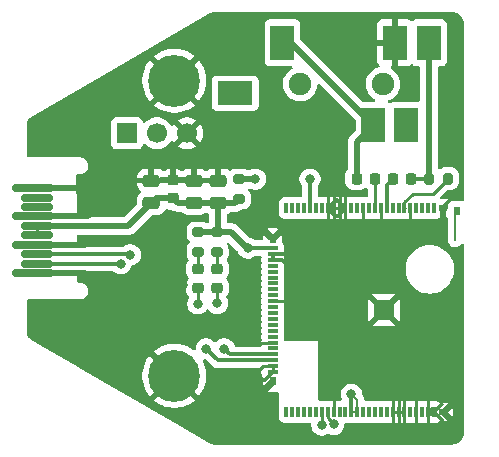
<source format=gtl>
G04 #@! TF.GenerationSoftware,KiCad,Pcbnew,9.0.3*
G04 #@! TF.CreationDate,2025-07-21T23:33:24+01:00*
G04 #@! TF.ProjectId,dectspansion,64656374-7370-4616-9e73-696f6e2e6b69,rev?*
G04 #@! TF.SameCoordinates,Original*
G04 #@! TF.FileFunction,Copper,L1,Top*
G04 #@! TF.FilePolarity,Positive*
%FSLAX46Y46*%
G04 Gerber Fmt 4.6, Leading zero omitted, Abs format (unit mm)*
G04 Created by KiCad (PCBNEW 9.0.3) date 2025-07-21 23:33:24*
%MOMM*%
%LPD*%
G01*
G04 APERTURE LIST*
G04 Aperture macros list*
%AMRoundRect*
0 Rectangle with rounded corners*
0 $1 Rounding radius*
0 $2 $3 $4 $5 $6 $7 $8 $9 X,Y pos of 4 corners*
0 Add a 4 corners polygon primitive as box body*
4,1,4,$2,$3,$4,$5,$6,$7,$8,$9,$2,$3,0*
0 Add four circle primitives for the rounded corners*
1,1,$1+$1,$2,$3*
1,1,$1+$1,$4,$5*
1,1,$1+$1,$6,$7*
1,1,$1+$1,$8,$9*
0 Add four rect primitives between the rounded corners*
20,1,$1+$1,$2,$3,$4,$5,0*
20,1,$1+$1,$4,$5,$6,$7,0*
20,1,$1+$1,$6,$7,$8,$9,0*
20,1,$1+$1,$8,$9,$2,$3,0*%
%AMFreePoly0*
4,1,7,0.350000,-0.050000,2.550000,-0.050000,2.550000,-0.250000,-0.350000,-0.250000,-0.350000,0.250000,0.350000,0.250000,0.350000,-0.050000,0.350000,-0.050000,$1*%
G04 Aperture macros list end*
G04 #@! TA.AperFunction,WasherPad*
%ADD10C,1.900000*%
G04 #@! TD*
G04 #@! TA.AperFunction,SMDPad,CuDef*
%ADD11R,2.000000X3.000000*%
G04 #@! TD*
G04 #@! TA.AperFunction,SMDPad,CuDef*
%ADD12R,3.000000X2.000000*%
G04 #@! TD*
G04 #@! TA.AperFunction,SMDPad,CuDef*
%ADD13RoundRect,0.250000X0.475000X-0.250000X0.475000X0.250000X-0.475000X0.250000X-0.475000X-0.250000X0*%
G04 #@! TD*
G04 #@! TA.AperFunction,SMDPad,CuDef*
%ADD14RoundRect,0.150000X1.600000X0.150000X-1.600000X0.150000X-1.600000X-0.150000X1.600000X-0.150000X0*%
G04 #@! TD*
G04 #@! TA.AperFunction,SMDPad,CuDef*
%ADD15RoundRect,0.150000X1.200000X0.150000X-1.200000X0.150000X-1.200000X-0.150000X1.200000X-0.150000X0*%
G04 #@! TD*
G04 #@! TA.AperFunction,SMDPad,CuDef*
%ADD16RoundRect,0.225000X-0.225000X-0.250000X0.225000X-0.250000X0.225000X0.250000X-0.225000X0.250000X0*%
G04 #@! TD*
G04 #@! TA.AperFunction,ComponentPad*
%ADD17C,0.700000*%
G04 #@! TD*
G04 #@! TA.AperFunction,ComponentPad*
%ADD18C,4.400000*%
G04 #@! TD*
G04 #@! TA.AperFunction,SMDPad,CuDef*
%ADD19RoundRect,0.200000X0.275000X-0.200000X0.275000X0.200000X-0.275000X0.200000X-0.275000X-0.200000X0*%
G04 #@! TD*
G04 #@! TA.AperFunction,SMDPad,CuDef*
%ADD20RoundRect,0.200000X-0.275000X0.200000X-0.275000X-0.200000X0.275000X-0.200000X0.275000X0.200000X0*%
G04 #@! TD*
G04 #@! TA.AperFunction,SMDPad,CuDef*
%ADD21RoundRect,0.200000X-0.200000X-0.275000X0.200000X-0.275000X0.200000X0.275000X-0.200000X0.275000X0*%
G04 #@! TD*
G04 #@! TA.AperFunction,ComponentPad*
%ADD22R,1.700000X1.700000*%
G04 #@! TD*
G04 #@! TA.AperFunction,ComponentPad*
%ADD23C,1.700000*%
G04 #@! TD*
G04 #@! TA.AperFunction,SMDPad,CuDef*
%ADD24RoundRect,0.225000X0.250000X-0.225000X0.250000X0.225000X-0.250000X0.225000X-0.250000X-0.225000X0*%
G04 #@! TD*
G04 #@! TA.AperFunction,SMDPad,CuDef*
%ADD25RoundRect,0.218750X0.256250X-0.218750X0.256250X0.218750X-0.256250X0.218750X-0.256250X-0.218750X0*%
G04 #@! TD*
G04 #@! TA.AperFunction,SMDPad,CuDef*
%ADD26R,0.660000X0.550000*%
G04 #@! TD*
G04 #@! TA.AperFunction,SMDPad,CuDef*
%ADD27RoundRect,0.075000X-0.075000X0.370000X-0.075000X-0.370000X0.075000X-0.370000X0.075000X0.370000X0*%
G04 #@! TD*
G04 #@! TA.AperFunction,SMDPad,CuDef*
%ADD28R,0.550000X0.800000*%
G04 #@! TD*
G04 #@! TA.AperFunction,SMDPad,CuDef*
%ADD29RoundRect,0.075000X-0.370000X-0.075000X0.370000X-0.075000X0.370000X0.075000X-0.370000X0.075000X0*%
G04 #@! TD*
G04 #@! TA.AperFunction,SMDPad,CuDef*
%ADD30FreePoly0,270.000000*%
G04 #@! TD*
G04 #@! TA.AperFunction,SMDPad,CuDef*
%ADD31R,1.700000X1.700000*%
G04 #@! TD*
G04 #@! TA.AperFunction,ViaPad*
%ADD32C,0.800000*%
G04 #@! TD*
G04 #@! TA.AperFunction,Conductor*
%ADD33C,0.250000*%
G04 #@! TD*
G04 #@! TA.AperFunction,Conductor*
%ADD34C,0.500000*%
G04 #@! TD*
G04 #@! TA.AperFunction,Conductor*
%ADD35C,0.300000*%
G04 #@! TD*
G04 #@! TA.AperFunction,Conductor*
%ADD36C,0.200000*%
G04 #@! TD*
G04 APERTURE END LIST*
D10*
X130160000Y-87780000D03*
X123160000Y-87780000D03*
D11*
X129360000Y-91280000D03*
X131160000Y-84280000D03*
X132160000Y-91280000D03*
X134060000Y-84280000D03*
X121660000Y-84280000D03*
D12*
X117660000Y-88580000D03*
D13*
X110560000Y-97860000D03*
X110560000Y-95960000D03*
D14*
X100500000Y-96600000D03*
D15*
X100900000Y-97400000D03*
X100900000Y-98200000D03*
D14*
X100500000Y-99000000D03*
D15*
X100900000Y-99800000D03*
X100900000Y-100600000D03*
D14*
X100500000Y-101400000D03*
D15*
X100900000Y-102200000D03*
X100900000Y-103000000D03*
D14*
X100500000Y-103800000D03*
D16*
X127935000Y-95790000D03*
X129485000Y-95790000D03*
D17*
X110850000Y-87500000D03*
X111333274Y-86333274D03*
X111333274Y-88666726D03*
X112500000Y-85850000D03*
D18*
X112500000Y-87500000D03*
D17*
X112500000Y-89150000D03*
X113666726Y-86333274D03*
X113666726Y-88666726D03*
X114150000Y-87500000D03*
D13*
X116210000Y-97860000D03*
X116210000Y-95960000D03*
D19*
X114520000Y-101985000D03*
X114520000Y-100335000D03*
D16*
X131005000Y-95790000D03*
X132555000Y-95790000D03*
D20*
X116120000Y-100335000D03*
X116120000Y-101985000D03*
D13*
X114170000Y-97860000D03*
X114170000Y-95960000D03*
D21*
X134025000Y-95790000D03*
X135675000Y-95790000D03*
D20*
X117990000Y-95860000D03*
X117990000Y-97510000D03*
D22*
X108500000Y-91960000D03*
D23*
X111040000Y-91960000D03*
X113580000Y-91960000D03*
D24*
X112380000Y-97465000D03*
X112380000Y-95915000D03*
D25*
X116140000Y-105035000D03*
X116140000Y-103460000D03*
D17*
X110850000Y-112500000D03*
X111333274Y-111333274D03*
X111333274Y-113666726D03*
X112500000Y-110850000D03*
D18*
X112500000Y-112500000D03*
D17*
X112500000Y-114150000D03*
X113666726Y-111333274D03*
X113666726Y-113666726D03*
X114150000Y-112500000D03*
D26*
X135290000Y-98300000D03*
D27*
X134490000Y-98300000D03*
X133990000Y-98300000D03*
X133490000Y-98300000D03*
X132990000Y-98300000D03*
X132490000Y-98300000D03*
X131990000Y-98300000D03*
X131490000Y-98300000D03*
X130990000Y-98300000D03*
X130490000Y-98300000D03*
X129990000Y-98300000D03*
X129490000Y-98300000D03*
X128990000Y-98300000D03*
X128490000Y-98300000D03*
X127990000Y-98300000D03*
X127490000Y-98300000D03*
X126990000Y-98300000D03*
X126490000Y-98300000D03*
X125990000Y-98300000D03*
X125490000Y-98300000D03*
X124990000Y-98300000D03*
X124490000Y-98300000D03*
X123990000Y-98300000D03*
X123490000Y-98300000D03*
X122990000Y-98300000D03*
X122490000Y-98300000D03*
X121990000Y-98300000D03*
D28*
X120820000Y-100875000D03*
D29*
X120820000Y-101675000D03*
X120820000Y-102175000D03*
X120820000Y-102675000D03*
X120820000Y-103175000D03*
X120820000Y-103675000D03*
X120820000Y-104175000D03*
X120820000Y-104675000D03*
X120820000Y-105175000D03*
X120820000Y-105675000D03*
X120820000Y-106175000D03*
X120820000Y-106675000D03*
X120820000Y-107175000D03*
X120820000Y-107675000D03*
X120820000Y-108175000D03*
X120820000Y-108675000D03*
X120820000Y-109175000D03*
X120820000Y-109675000D03*
X120820000Y-110175000D03*
X120820000Y-110675000D03*
X120820000Y-111175000D03*
X120820000Y-111675000D03*
X120820000Y-112175000D03*
D28*
X120820000Y-112975000D03*
D27*
X121990000Y-115550000D03*
X122490000Y-115550000D03*
X122990000Y-115550000D03*
X123490000Y-115550000D03*
X123990000Y-115550000D03*
X124490000Y-115550000D03*
X124990000Y-115550000D03*
X125490000Y-115550000D03*
X125990000Y-115550000D03*
X126490000Y-115550000D03*
X126990000Y-115550000D03*
X127490000Y-115550000D03*
X127990000Y-115550000D03*
X128490000Y-115550000D03*
X128990000Y-115550000D03*
X129490000Y-115550000D03*
X129990000Y-115550000D03*
X130490000Y-115550000D03*
X130990000Y-115550000D03*
X131490000Y-115550000D03*
X131990000Y-115550000D03*
X132490000Y-115550000D03*
X132990000Y-115550000D03*
X133490000Y-115550000D03*
X133990000Y-115550000D03*
X134490000Y-115550000D03*
D26*
X135290000Y-115550000D03*
D30*
X136440000Y-98525000D03*
D31*
X130240000Y-106925000D03*
D25*
X114490000Y-105037500D03*
X114490000Y-103462500D03*
D32*
X118730000Y-101675000D03*
X127500000Y-114060000D03*
X116970000Y-112320000D03*
X118740000Y-103070000D03*
X106520000Y-101080000D03*
X135640000Y-91930000D03*
X127440000Y-117000000D03*
X129000000Y-114090000D03*
X113200000Y-104790000D03*
X119340000Y-94390000D03*
X117610000Y-104900000D03*
X105950000Y-91930000D03*
X123980000Y-94410000D03*
X115880000Y-112330000D03*
X110130000Y-101070000D03*
X123060000Y-116970000D03*
X108785000Y-102255000D03*
X116735000Y-110205000D03*
X107970000Y-103000000D03*
X115200000Y-110210000D03*
X116140000Y-106360000D03*
X124990000Y-116650000D03*
X125988994Y-116605101D03*
X114490000Y-106390000D03*
X123990000Y-95850000D03*
X119360000Y-95850000D03*
D33*
X110945000Y-97465000D02*
X110560000Y-97850000D01*
D34*
X116120000Y-100335000D02*
X117335000Y-100335000D01*
D35*
X120820000Y-101675000D02*
X118730000Y-101675000D01*
D34*
X118730000Y-101675000D02*
X118675000Y-101675000D01*
D36*
X127990000Y-114550000D02*
X127500000Y-114060000D01*
D34*
X114170000Y-97860000D02*
X116210000Y-97860000D01*
X118675000Y-101675000D02*
X117335000Y-100335000D01*
D33*
X127490000Y-114070000D02*
X127500000Y-114060000D01*
X100900000Y-99800000D02*
X100900000Y-100600000D01*
D34*
X117640000Y-97860000D02*
X117990000Y-97510000D01*
X116210000Y-97860000D02*
X116210000Y-100245000D01*
X112380000Y-97465000D02*
X110945000Y-97465000D01*
X108610000Y-99800000D02*
X100900000Y-99800000D01*
X110560000Y-97850000D02*
X108610000Y-99800000D01*
D36*
X127990000Y-115550000D02*
X127490000Y-115550000D01*
D34*
X116210000Y-97860000D02*
X117640000Y-97860000D01*
X112775000Y-97860000D02*
X112380000Y-97465000D01*
D36*
X127990000Y-115550000D02*
X127990000Y-114550000D01*
D34*
X116120000Y-100335000D02*
X114520000Y-100335000D01*
X116210000Y-100245000D02*
X116120000Y-100335000D01*
X114170000Y-97860000D02*
X112775000Y-97860000D01*
D35*
X127490000Y-115550000D02*
X127490000Y-114070000D01*
D33*
X132490000Y-98300000D02*
X132490000Y-99630000D01*
D34*
X105180000Y-99000000D02*
X106010000Y-98170000D01*
X104940000Y-101400000D02*
X105180000Y-101160000D01*
D33*
X126990000Y-98300000D02*
X126990000Y-99780000D01*
D34*
X100451000Y-103751000D02*
X100500000Y-103800000D01*
X100500000Y-99000000D02*
X105180000Y-99000000D01*
D33*
X126990000Y-98300000D02*
X126490000Y-98300000D01*
X125490000Y-98300000D02*
X125490000Y-99750000D01*
X130990000Y-115550000D02*
X131990000Y-115550000D01*
D34*
X104940000Y-103800000D02*
X105430000Y-104290000D01*
D33*
X131490000Y-115550000D02*
X131490000Y-116990000D01*
X133990000Y-115550000D02*
X133990000Y-114090000D01*
X132990000Y-115550000D02*
X132990000Y-114090000D01*
D35*
X121635000Y-102675000D02*
X122470000Y-103510000D01*
X121835000Y-102175000D02*
X122590000Y-102930000D01*
D33*
X122325000Y-106175000D02*
X122330000Y-106180000D01*
X130990000Y-115550000D02*
X130990000Y-114210000D01*
X125990000Y-98300000D02*
X125990000Y-99720000D01*
X126990000Y-99780000D02*
X127000000Y-99790000D01*
D35*
X120820000Y-102175000D02*
X120820000Y-102675000D01*
D33*
X125990000Y-98300000D02*
X126490000Y-98300000D01*
X131490000Y-115550000D02*
X131490000Y-114250000D01*
X120820000Y-111675000D02*
X120820000Y-112175000D01*
X128490000Y-98300000D02*
X128490000Y-99830000D01*
D34*
X100500000Y-103800000D02*
X104940000Y-103800000D01*
X105230000Y-96600000D02*
X105630000Y-96200000D01*
X135290000Y-98300000D02*
X135290000Y-99620000D01*
D33*
X125990000Y-99720000D02*
X126000000Y-99730000D01*
X120820000Y-109675000D02*
X119325000Y-109675000D01*
X130990000Y-115550000D02*
X130990000Y-117050000D01*
X120820000Y-111675000D02*
X120025000Y-111675000D01*
X131990000Y-115550000D02*
X131990000Y-117010000D01*
X120820000Y-106175000D02*
X122325000Y-106175000D01*
X125490000Y-99750000D02*
X125500000Y-99760000D01*
X133990000Y-115550000D02*
X133990000Y-117050000D01*
X119325000Y-109675000D02*
X119300000Y-109650000D01*
X133990000Y-115550000D02*
X134490000Y-115550000D01*
D35*
X120820000Y-102175000D02*
X121835000Y-102175000D01*
D33*
X132990000Y-115550000D02*
X132990000Y-117070000D01*
X126490000Y-98300000D02*
X126490000Y-99680000D01*
X126990000Y-98300000D02*
X126990000Y-96790000D01*
X126490000Y-98300000D02*
X126490000Y-96650000D01*
X125990000Y-98300000D02*
X125490000Y-98300000D01*
X131990000Y-115550000D02*
X131990000Y-114190000D01*
X125990000Y-115550000D02*
X125990000Y-113960000D01*
D34*
X100500000Y-96600000D02*
X105230000Y-96600000D01*
D33*
X125490000Y-98300000D02*
X125490000Y-96690000D01*
D35*
X120820000Y-102675000D02*
X121635000Y-102675000D01*
D33*
X120025000Y-111675000D02*
X119460000Y-112240000D01*
D34*
X100500000Y-101400000D02*
X104940000Y-101400000D01*
D33*
X129990000Y-98300000D02*
X129990000Y-99930000D01*
X125990000Y-98300000D02*
X125990000Y-96630000D01*
D35*
X130490000Y-96305000D02*
X131005000Y-95790000D01*
X130490000Y-98300000D02*
X130490000Y-96305000D01*
D34*
X134060000Y-84280000D02*
X134060000Y-95555000D01*
D35*
X134025000Y-95790000D02*
X132555000Y-95790000D01*
X117205000Y-110675000D02*
X120820000Y-110675000D01*
D33*
X120281822Y-110651000D02*
X120621000Y-110651000D01*
D35*
X116735000Y-110205000D02*
X117205000Y-110675000D01*
D33*
X120621000Y-110651000D02*
X120645000Y-110675000D01*
X108730000Y-102200000D02*
X108785000Y-102255000D01*
D35*
X100900000Y-102200000D02*
X108730000Y-102200000D01*
D33*
X120645000Y-110675000D02*
X120820000Y-110675000D01*
D35*
X115200000Y-110210000D02*
X116165000Y-111175000D01*
X107970000Y-103000000D02*
X100900000Y-103000000D01*
D33*
X107990000Y-103000000D02*
X107970000Y-103000000D01*
D35*
X116165000Y-111175000D02*
X120820000Y-111175000D01*
D34*
X127935000Y-92705000D02*
X129360000Y-91280000D01*
X122360000Y-84280000D02*
X129360000Y-91280000D01*
X127935000Y-95790000D02*
X127935000Y-92705000D01*
X121660000Y-84280000D02*
X122360000Y-84280000D01*
D33*
X129490000Y-98300000D02*
X129490000Y-95795000D01*
X129490000Y-95795000D02*
X129485000Y-95790000D01*
X116140000Y-102005000D02*
X116120000Y-101985000D01*
X116140000Y-103460000D02*
X116140000Y-102005000D01*
X116140000Y-106360000D02*
X116140000Y-105035000D01*
X116411000Y-105306000D02*
X116140000Y-105035000D01*
X124990000Y-115550000D02*
X124990000Y-116650000D01*
X114490000Y-103462500D02*
X114490000Y-102015000D01*
X114490000Y-102015000D02*
X114520000Y-101985000D01*
X114490000Y-106390000D02*
X114490000Y-105037500D01*
X125490000Y-115550000D02*
X125490000Y-116106107D01*
X125490000Y-116106107D02*
X125988994Y-116605101D01*
D34*
X117990000Y-95860000D02*
X119350000Y-95860000D01*
D35*
X123990000Y-98300000D02*
X123990000Y-95850000D01*
D34*
X119350000Y-95860000D02*
X119360000Y-95850000D01*
D33*
X132705822Y-97070000D02*
X134395000Y-97070000D01*
X131990000Y-98300000D02*
X131990000Y-97785822D01*
X131990000Y-98300000D02*
X132014000Y-98276000D01*
X134395000Y-97070000D02*
X135675000Y-95790000D01*
X131990000Y-97785822D02*
X132705822Y-97070000D01*
G04 #@! TA.AperFunction,Conductor*
G36*
X126987228Y-81680273D02*
G01*
X135978140Y-81680499D01*
X136024596Y-81680500D01*
X136035391Y-81680971D01*
X136182239Y-81693818D01*
X136195275Y-81695662D01*
X136221903Y-81700891D01*
X136230009Y-81702771D01*
X136357362Y-81736895D01*
X136372454Y-81742000D01*
X136387124Y-81748040D01*
X136392232Y-81750281D01*
X136519922Y-81809824D01*
X136538628Y-81820624D01*
X136663572Y-81908110D01*
X136680130Y-81922003D01*
X136787989Y-82029861D01*
X136801882Y-82046419D01*
X136889365Y-82171355D01*
X136900173Y-82190074D01*
X136960408Y-82319248D01*
X136962551Y-82324114D01*
X136967623Y-82336333D01*
X136972872Y-82351777D01*
X137007233Y-82480009D01*
X137009068Y-82487870D01*
X137014197Y-82513608D01*
X137016116Y-82527034D01*
X137029056Y-82674927D01*
X137029528Y-82685807D01*
X137020908Y-97583181D01*
X137001185Y-97650209D01*
X136948354Y-97695933D01*
X136879190Y-97705837D01*
X136845398Y-97695904D01*
X136832419Y-97689977D01*
X136832414Y-97689975D01*
X136690000Y-97669500D01*
X136190000Y-97669500D01*
X136189997Y-97669500D01*
X136118059Y-97674644D01*
X135980005Y-97715182D01*
X135858969Y-97792967D01*
X135858965Y-97792971D01*
X135764750Y-97901700D01*
X135764744Y-97901709D01*
X135704976Y-98032580D01*
X135704975Y-98032585D01*
X135684500Y-98174999D01*
X135684500Y-98207690D01*
X135675855Y-98237130D01*
X135669332Y-98267117D01*
X135665577Y-98272132D01*
X135664815Y-98274729D01*
X135648181Y-98295371D01*
X135554457Y-98389095D01*
X135493134Y-98422580D01*
X135423442Y-98417596D01*
X135379095Y-98389095D01*
X135200904Y-98210904D01*
X135167419Y-98149581D01*
X135172403Y-98079889D01*
X135200904Y-98035542D01*
X135707212Y-97529234D01*
X135667830Y-97525000D01*
X135123951Y-97525000D01*
X135056912Y-97505315D01*
X135011157Y-97452511D01*
X135001213Y-97383353D01*
X135030238Y-97319797D01*
X135036270Y-97313319D01*
X135096204Y-97253386D01*
X135547772Y-96801819D01*
X135609095Y-96768334D01*
X135635453Y-96765500D01*
X135931613Y-96765500D01*
X135931616Y-96765500D01*
X136002196Y-96759086D01*
X136164606Y-96708478D01*
X136310185Y-96620472D01*
X136430472Y-96500185D01*
X136518478Y-96354606D01*
X136569086Y-96192196D01*
X136575500Y-96121616D01*
X136575500Y-95458384D01*
X136569086Y-95387804D01*
X136518478Y-95225394D01*
X136430472Y-95079815D01*
X136430470Y-95079813D01*
X136430469Y-95079811D01*
X136310188Y-94959530D01*
X136310138Y-94959500D01*
X136164606Y-94871522D01*
X136002196Y-94820914D01*
X136002194Y-94820913D01*
X136002192Y-94820913D01*
X135952778Y-94816423D01*
X135931616Y-94814500D01*
X135418384Y-94814500D01*
X135399145Y-94816248D01*
X135347807Y-94820913D01*
X135185393Y-94871522D01*
X135039811Y-94959530D01*
X135039810Y-94959531D01*
X135022181Y-94977161D01*
X134960858Y-95010646D01*
X134891166Y-95005662D01*
X134835233Y-94963790D01*
X134810816Y-94898326D01*
X134810500Y-94889480D01*
X134810500Y-86404499D01*
X134830185Y-86337460D01*
X134882989Y-86291705D01*
X134934500Y-86280499D01*
X135107871Y-86280499D01*
X135107872Y-86280499D01*
X135167483Y-86274091D01*
X135302331Y-86223796D01*
X135417546Y-86137546D01*
X135503796Y-86022331D01*
X135554091Y-85887483D01*
X135560500Y-85827873D01*
X135560499Y-82732128D01*
X135554091Y-82672517D01*
X135503884Y-82537906D01*
X135503797Y-82537671D01*
X135503793Y-82537664D01*
X135417547Y-82422455D01*
X135417544Y-82422452D01*
X135302335Y-82336206D01*
X135302328Y-82336202D01*
X135167482Y-82285908D01*
X135167483Y-82285908D01*
X135107883Y-82279501D01*
X135107881Y-82279500D01*
X135107873Y-82279500D01*
X135107864Y-82279500D01*
X133012129Y-82279500D01*
X133012123Y-82279501D01*
X132952516Y-82285908D01*
X132817671Y-82336202D01*
X132817664Y-82336206D01*
X132702455Y-82422452D01*
X132697324Y-82427584D01*
X132636001Y-82461069D01*
X132566309Y-82456085D01*
X132521962Y-82427584D01*
X132517187Y-82422809D01*
X132402093Y-82336649D01*
X132402086Y-82336645D01*
X132267379Y-82286403D01*
X132267372Y-82286401D01*
X132207844Y-82280000D01*
X131410000Y-82280000D01*
X131410000Y-86280000D01*
X132207828Y-86280000D01*
X132207844Y-86279999D01*
X132267372Y-86273598D01*
X132267379Y-86273596D01*
X132402086Y-86223354D01*
X132402093Y-86223350D01*
X132517187Y-86137190D01*
X132521962Y-86132416D01*
X132583285Y-86098931D01*
X132652977Y-86103915D01*
X132697324Y-86132416D01*
X132702455Y-86137547D01*
X132817664Y-86223793D01*
X132817671Y-86223797D01*
X132862618Y-86240561D01*
X132952517Y-86274091D01*
X133012127Y-86280500D01*
X133185500Y-86280499D01*
X133252539Y-86300183D01*
X133298294Y-86352987D01*
X133309500Y-86404499D01*
X133309500Y-89155500D01*
X133289815Y-89222539D01*
X133237011Y-89268294D01*
X133185500Y-89279500D01*
X131112129Y-89279500D01*
X131112123Y-89279501D01*
X131052516Y-89285908D01*
X130917671Y-89336202D01*
X130917669Y-89336203D01*
X130834311Y-89398606D01*
X130809548Y-89407842D01*
X130786358Y-89420505D01*
X130777329Y-89419859D01*
X130768847Y-89423023D01*
X130743024Y-89417406D01*
X130716666Y-89415521D01*
X130704951Y-89409124D01*
X130700574Y-89408172D01*
X130685689Y-89398606D01*
X130630948Y-89357626D01*
X130589078Y-89301694D01*
X130584094Y-89232003D01*
X130617579Y-89170680D01*
X130666939Y-89140431D01*
X130716799Y-89124231D01*
X130920228Y-89020579D01*
X131104937Y-88886379D01*
X131266379Y-88724937D01*
X131400579Y-88540228D01*
X131504231Y-88336799D01*
X131574784Y-88119660D01*
X131581616Y-88076525D01*
X131610500Y-87894162D01*
X131610500Y-87665837D01*
X131574784Y-87440339D01*
X131539078Y-87330448D01*
X131504231Y-87223201D01*
X131504229Y-87223198D01*
X131504229Y-87223196D01*
X131431012Y-87079500D01*
X131400579Y-87019772D01*
X131266379Y-86835063D01*
X131104937Y-86673621D01*
X130920228Y-86539421D01*
X130871287Y-86514484D01*
X130820492Y-86466510D01*
X130803697Y-86398690D01*
X130826234Y-86332555D01*
X130880949Y-86289103D01*
X130905735Y-86284264D01*
X130910000Y-86280000D01*
X130910000Y-84530000D01*
X129660000Y-84530000D01*
X129660000Y-85827844D01*
X129666401Y-85887372D01*
X129666403Y-85887379D01*
X129716645Y-86022086D01*
X129716649Y-86022093D01*
X129802809Y-86137186D01*
X129829097Y-86156866D01*
X129870968Y-86212800D01*
X129875952Y-86282492D01*
X129842467Y-86343815D01*
X129793105Y-86374064D01*
X129603196Y-86435770D01*
X129399771Y-86539421D01*
X129215061Y-86673622D01*
X129053622Y-86835061D01*
X128919421Y-87019771D01*
X128815770Y-87223196D01*
X128745215Y-87440339D01*
X128709500Y-87665837D01*
X128709500Y-87894162D01*
X128745215Y-88119660D01*
X128815770Y-88336803D01*
X128868762Y-88440804D01*
X128919421Y-88540228D01*
X129053621Y-88724937D01*
X129215063Y-88886379D01*
X129399772Y-89020579D01*
X129447731Y-89045015D01*
X129498527Y-89092989D01*
X129515322Y-89160810D01*
X129492785Y-89226945D01*
X129438070Y-89270397D01*
X129391436Y-89279500D01*
X128472230Y-89279500D01*
X128405191Y-89259815D01*
X128384549Y-89243181D01*
X123196818Y-84055450D01*
X123163333Y-83994127D01*
X123160499Y-83967769D01*
X123160499Y-82732155D01*
X129660000Y-82732155D01*
X129660000Y-84030000D01*
X130910000Y-84030000D01*
X130910000Y-82280000D01*
X130112155Y-82280000D01*
X130052627Y-82286401D01*
X130052620Y-82286403D01*
X129917913Y-82336645D01*
X129917906Y-82336649D01*
X129802812Y-82422809D01*
X129802809Y-82422812D01*
X129716649Y-82537906D01*
X129716645Y-82537913D01*
X129666403Y-82672620D01*
X129666401Y-82672627D01*
X129660000Y-82732155D01*
X123160499Y-82732155D01*
X123160499Y-82732129D01*
X123160498Y-82732123D01*
X123160497Y-82732116D01*
X123154091Y-82672517D01*
X123103884Y-82537906D01*
X123103797Y-82537671D01*
X123103793Y-82537664D01*
X123017547Y-82422455D01*
X123017544Y-82422452D01*
X122902335Y-82336206D01*
X122902328Y-82336202D01*
X122767482Y-82285908D01*
X122767483Y-82285908D01*
X122707883Y-82279501D01*
X122707881Y-82279500D01*
X122707873Y-82279500D01*
X122707864Y-82279500D01*
X120612129Y-82279500D01*
X120612123Y-82279501D01*
X120552516Y-82285908D01*
X120417671Y-82336202D01*
X120417664Y-82336206D01*
X120302455Y-82422452D01*
X120302452Y-82422455D01*
X120216206Y-82537664D01*
X120216202Y-82537671D01*
X120165908Y-82672517D01*
X120159501Y-82732116D01*
X120159501Y-82732123D01*
X120159500Y-82732135D01*
X120159500Y-85827870D01*
X120159501Y-85827876D01*
X120165908Y-85887483D01*
X120216202Y-86022328D01*
X120216206Y-86022335D01*
X120302452Y-86137544D01*
X120302455Y-86137547D01*
X120417664Y-86223793D01*
X120417671Y-86223797D01*
X120552517Y-86274091D01*
X120552516Y-86274091D01*
X120559444Y-86274835D01*
X120612127Y-86280500D01*
X122391437Y-86280499D01*
X122458476Y-86300184D01*
X122504231Y-86352987D01*
X122514175Y-86422146D01*
X122485150Y-86485702D01*
X122447732Y-86514984D01*
X122399771Y-86539421D01*
X122215061Y-86673622D01*
X122053622Y-86835061D01*
X121919421Y-87019771D01*
X121815770Y-87223196D01*
X121745215Y-87440339D01*
X121709500Y-87665837D01*
X121709500Y-87894162D01*
X121745215Y-88119660D01*
X121815770Y-88336803D01*
X121868762Y-88440804D01*
X121919421Y-88540228D01*
X122053621Y-88724937D01*
X122215063Y-88886379D01*
X122399772Y-89020579D01*
X122486702Y-89064872D01*
X122603196Y-89124229D01*
X122603198Y-89124229D01*
X122603201Y-89124231D01*
X122699437Y-89155500D01*
X122820339Y-89194784D01*
X123045838Y-89230500D01*
X123045843Y-89230500D01*
X123274162Y-89230500D01*
X123499660Y-89194784D01*
X123716799Y-89124231D01*
X123920228Y-89020579D01*
X124104937Y-88886379D01*
X124266379Y-88724937D01*
X124400579Y-88540228D01*
X124504231Y-88336799D01*
X124574784Y-88119660D01*
X124581616Y-88076525D01*
X124610500Y-87894162D01*
X124610500Y-87891230D01*
X124610815Y-87890156D01*
X124610882Y-87889307D01*
X124611060Y-87889321D01*
X124630185Y-87824191D01*
X124682989Y-87778436D01*
X124752147Y-87768492D01*
X124815703Y-87797517D01*
X124822181Y-87803549D01*
X127823181Y-90804549D01*
X127856666Y-90865872D01*
X127859500Y-90892230D01*
X127859500Y-91667769D01*
X127839815Y-91734808D01*
X127823181Y-91755450D01*
X127352045Y-92226586D01*
X127318870Y-92276240D01*
X127318868Y-92276243D01*
X127269919Y-92349499D01*
X127269912Y-92349511D01*
X127213343Y-92486082D01*
X127213340Y-92486092D01*
X127184500Y-92631079D01*
X127184500Y-94988126D01*
X127164815Y-95055165D01*
X127148181Y-95075807D01*
X127137032Y-95086955D01*
X127137029Y-95086959D01*
X127048001Y-95231294D01*
X127047996Y-95231305D01*
X126994651Y-95392290D01*
X126984500Y-95491647D01*
X126984500Y-96088337D01*
X126984501Y-96088355D01*
X126994650Y-96187707D01*
X126994651Y-96187710D01*
X127047996Y-96348694D01*
X127048001Y-96348705D01*
X127137029Y-96493040D01*
X127137032Y-96493044D01*
X127256955Y-96612967D01*
X127256959Y-96612970D01*
X127401294Y-96701998D01*
X127401297Y-96701999D01*
X127401303Y-96702003D01*
X127562292Y-96755349D01*
X127661655Y-96765500D01*
X128208344Y-96765499D01*
X128208352Y-96765498D01*
X128208355Y-96765498D01*
X128271124Y-96759086D01*
X128307708Y-96755349D01*
X128468697Y-96702003D01*
X128613044Y-96612968D01*
X128622319Y-96603693D01*
X128626185Y-96601581D01*
X128628559Y-96597868D01*
X128656582Y-96584983D01*
X128683642Y-96570208D01*
X128688036Y-96570522D01*
X128692041Y-96568681D01*
X128722578Y-96572992D01*
X128753334Y-96575192D01*
X128758091Y-96578006D01*
X128761225Y-96578449D01*
X128775225Y-96588143D01*
X128790964Y-96597455D01*
X128794436Y-96600448D01*
X128806956Y-96612968D01*
X128813996Y-96617310D01*
X128821464Y-96623748D01*
X128835285Y-96645134D01*
X128852316Y-96664065D01*
X128854918Y-96675513D01*
X128859388Y-96682430D01*
X128859420Y-96695321D01*
X128864500Y-96717667D01*
X128864500Y-97247440D01*
X128844815Y-97314479D01*
X128792011Y-97360234D01*
X128772615Y-97367209D01*
X128771030Y-97367634D01*
X128722729Y-97370804D01*
X128602697Y-97355000D01*
X128377302Y-97355000D01*
X128257270Y-97370804D01*
X128223527Y-97368593D01*
X128223293Y-97370374D01*
X128215236Y-97369313D01*
X128195451Y-97366708D01*
X128102727Y-97354500D01*
X128102720Y-97354500D01*
X127877280Y-97354500D01*
X127877272Y-97354500D01*
X127790393Y-97365938D01*
X127764764Y-97369313D01*
X127764762Y-97369313D01*
X127756708Y-97370374D01*
X127756316Y-97367399D01*
X127723684Y-97367399D01*
X127723292Y-97370374D01*
X127715237Y-97369313D01*
X127715236Y-97369313D01*
X127686271Y-97365499D01*
X127602727Y-97354500D01*
X127602720Y-97354500D01*
X127377280Y-97354500D01*
X127377272Y-97354500D01*
X127281792Y-97367071D01*
X127264764Y-97369313D01*
X127264763Y-97369313D01*
X127256707Y-97370374D01*
X127256472Y-97368595D01*
X127222729Y-97370804D01*
X127102697Y-97355000D01*
X126877302Y-97355000D01*
X126756839Y-97370861D01*
X126756451Y-97367915D01*
X126723549Y-97367915D01*
X126723161Y-97370861D01*
X126602697Y-97355000D01*
X126377302Y-97355000D01*
X126256839Y-97370861D01*
X126256451Y-97367915D01*
X126223549Y-97367915D01*
X126223161Y-97370861D01*
X126102697Y-97355000D01*
X125877302Y-97355000D01*
X125756839Y-97370861D01*
X125756451Y-97367915D01*
X125723549Y-97367915D01*
X125723161Y-97370861D01*
X125602697Y-97355000D01*
X125377302Y-97355000D01*
X125257270Y-97370804D01*
X125223527Y-97368593D01*
X125223293Y-97370374D01*
X125215236Y-97369313D01*
X125195451Y-97366708D01*
X125102727Y-97354500D01*
X125102720Y-97354500D01*
X124877280Y-97354500D01*
X124877272Y-97354500D01*
X124794062Y-97365455D01*
X124780685Y-97367216D01*
X124711650Y-97356452D01*
X124659394Y-97310072D01*
X124640500Y-97244278D01*
X124640500Y-96524361D01*
X124660185Y-96457322D01*
X124676816Y-96436682D01*
X124689464Y-96424035D01*
X124788013Y-96276547D01*
X124855894Y-96112666D01*
X124860734Y-96088337D01*
X124890499Y-95938695D01*
X124890500Y-95938693D01*
X124890500Y-95761306D01*
X124890499Y-95761304D01*
X124855896Y-95587341D01*
X124855893Y-95587332D01*
X124788016Y-95423459D01*
X124788009Y-95423446D01*
X124689464Y-95275965D01*
X124689461Y-95275961D01*
X124564038Y-95150538D01*
X124564034Y-95150535D01*
X124416553Y-95051990D01*
X124416540Y-95051983D01*
X124252667Y-94984106D01*
X124252658Y-94984103D01*
X124078694Y-94949500D01*
X124078691Y-94949500D01*
X123901309Y-94949500D01*
X123901306Y-94949500D01*
X123727341Y-94984103D01*
X123727332Y-94984106D01*
X123563459Y-95051983D01*
X123563446Y-95051990D01*
X123415965Y-95150535D01*
X123415961Y-95150538D01*
X123290538Y-95275961D01*
X123290535Y-95275965D01*
X123191990Y-95423446D01*
X123191983Y-95423459D01*
X123124106Y-95587332D01*
X123124103Y-95587341D01*
X123089500Y-95761304D01*
X123089500Y-95938695D01*
X123124103Y-96112658D01*
X123124106Y-96112667D01*
X123191983Y-96276540D01*
X123191990Y-96276553D01*
X123290534Y-96424033D01*
X123290535Y-96424034D01*
X123290536Y-96424035D01*
X123303180Y-96436679D01*
X123336665Y-96497999D01*
X123339500Y-96524361D01*
X123339500Y-97244278D01*
X123319815Y-97311317D01*
X123267011Y-97357072D01*
X123199314Y-97367216D01*
X123184323Y-97365243D01*
X123102727Y-97354500D01*
X123102720Y-97354500D01*
X122877280Y-97354500D01*
X122877272Y-97354500D01*
X122790393Y-97365938D01*
X122764764Y-97369313D01*
X122764762Y-97369313D01*
X122756708Y-97370374D01*
X122756316Y-97367399D01*
X122723684Y-97367399D01*
X122723292Y-97370374D01*
X122715237Y-97369313D01*
X122715236Y-97369313D01*
X122686271Y-97365499D01*
X122602727Y-97354500D01*
X122602720Y-97354500D01*
X122377280Y-97354500D01*
X122377272Y-97354500D01*
X122290393Y-97365938D01*
X122264764Y-97369313D01*
X122264762Y-97369313D01*
X122256708Y-97370374D01*
X122256316Y-97367399D01*
X122223684Y-97367399D01*
X122223292Y-97370374D01*
X122215237Y-97369313D01*
X122215236Y-97369313D01*
X122186271Y-97365499D01*
X122102727Y-97354500D01*
X122102720Y-97354500D01*
X121877280Y-97354500D01*
X121877272Y-97354500D01*
X121764764Y-97369313D01*
X121764763Y-97369313D01*
X121624770Y-97427300D01*
X121624767Y-97427301D01*
X121624767Y-97427302D01*
X121585798Y-97457204D01*
X121504549Y-97519549D01*
X121412300Y-97639770D01*
X121354313Y-97779763D01*
X121354313Y-97779764D01*
X121339500Y-97892272D01*
X121339500Y-98707727D01*
X121354313Y-98820235D01*
X121354313Y-98820236D01*
X121370990Y-98860499D01*
X121412302Y-98960233D01*
X121504549Y-99080451D01*
X121624767Y-99172698D01*
X121764764Y-99230687D01*
X121871586Y-99244750D01*
X121877264Y-99245498D01*
X121877280Y-99245500D01*
X121877287Y-99245500D01*
X122102713Y-99245500D01*
X122102720Y-99245500D01*
X122215236Y-99230687D01*
X122215236Y-99230686D01*
X122223295Y-99229626D01*
X122223698Y-99232689D01*
X122256302Y-99232689D01*
X122256705Y-99229626D01*
X122264763Y-99230686D01*
X122264764Y-99230687D01*
X122377280Y-99245500D01*
X122377287Y-99245500D01*
X122602713Y-99245500D01*
X122602720Y-99245500D01*
X122715236Y-99230687D01*
X122715236Y-99230686D01*
X122723295Y-99229626D01*
X122723698Y-99232689D01*
X122756302Y-99232689D01*
X122756705Y-99229626D01*
X122764763Y-99230686D01*
X122764764Y-99230687D01*
X122877280Y-99245500D01*
X122877287Y-99245500D01*
X123102713Y-99245500D01*
X123102720Y-99245500D01*
X123215236Y-99230687D01*
X123215236Y-99230686D01*
X123223295Y-99229626D01*
X123223698Y-99232689D01*
X123256302Y-99232689D01*
X123256705Y-99229626D01*
X123264763Y-99230686D01*
X123264764Y-99230687D01*
X123377280Y-99245500D01*
X123377287Y-99245500D01*
X123602713Y-99245500D01*
X123602720Y-99245500D01*
X123715236Y-99230687D01*
X123715236Y-99230686D01*
X123723295Y-99229626D01*
X123723698Y-99232689D01*
X123756302Y-99232689D01*
X123756705Y-99229626D01*
X123764763Y-99230686D01*
X123764764Y-99230687D01*
X123877280Y-99245500D01*
X123877287Y-99245500D01*
X124102713Y-99245500D01*
X124102720Y-99245500D01*
X124215236Y-99230687D01*
X124215236Y-99230686D01*
X124223295Y-99229626D01*
X124223698Y-99232689D01*
X124256302Y-99232689D01*
X124256705Y-99229626D01*
X124264763Y-99230686D01*
X124264764Y-99230687D01*
X124377280Y-99245500D01*
X124377287Y-99245500D01*
X124602713Y-99245500D01*
X124602720Y-99245500D01*
X124715236Y-99230687D01*
X124715236Y-99230686D01*
X124723295Y-99229626D01*
X124723698Y-99232689D01*
X124756302Y-99232689D01*
X124756705Y-99229626D01*
X124764763Y-99230686D01*
X124764764Y-99230687D01*
X124877280Y-99245500D01*
X124877287Y-99245500D01*
X125102713Y-99245500D01*
X125102720Y-99245500D01*
X125215236Y-99230687D01*
X125215236Y-99230686D01*
X125223295Y-99229626D01*
X125223529Y-99231409D01*
X125257270Y-99229196D01*
X125377302Y-99244999D01*
X125377317Y-99245000D01*
X125602683Y-99245000D01*
X125602697Y-99244999D01*
X125723162Y-99229139D01*
X125723557Y-99232142D01*
X125756443Y-99232142D01*
X125756838Y-99229139D01*
X125877302Y-99244999D01*
X125877317Y-99245000D01*
X126102683Y-99245000D01*
X126102697Y-99244999D01*
X126223162Y-99229139D01*
X126223557Y-99232142D01*
X126256443Y-99232142D01*
X126256838Y-99229139D01*
X126377302Y-99244999D01*
X126377317Y-99245000D01*
X126602683Y-99245000D01*
X126602697Y-99244999D01*
X126723162Y-99229139D01*
X126723557Y-99232142D01*
X126756443Y-99232142D01*
X126756838Y-99229139D01*
X126877302Y-99244999D01*
X126877317Y-99245000D01*
X127102683Y-99245000D01*
X127102697Y-99244999D01*
X127222729Y-99229196D01*
X127256470Y-99231406D01*
X127256705Y-99229626D01*
X127264763Y-99230686D01*
X127264764Y-99230687D01*
X127377280Y-99245500D01*
X127377287Y-99245500D01*
X127602713Y-99245500D01*
X127602720Y-99245500D01*
X127715236Y-99230687D01*
X127715236Y-99230686D01*
X127723295Y-99229626D01*
X127723698Y-99232689D01*
X127756302Y-99232689D01*
X127756705Y-99229626D01*
X127764763Y-99230686D01*
X127764764Y-99230687D01*
X127877280Y-99245500D01*
X127877287Y-99245500D01*
X128102713Y-99245500D01*
X128102720Y-99245500D01*
X128215236Y-99230687D01*
X128215236Y-99230686D01*
X128223295Y-99229626D01*
X128223529Y-99231409D01*
X128257270Y-99229196D01*
X128377302Y-99244999D01*
X128377317Y-99245000D01*
X128602683Y-99245000D01*
X128602697Y-99244999D01*
X128722729Y-99229196D01*
X128756470Y-99231406D01*
X128756705Y-99229626D01*
X128764763Y-99230686D01*
X128764764Y-99230687D01*
X128877280Y-99245500D01*
X128877287Y-99245500D01*
X129102713Y-99245500D01*
X129102720Y-99245500D01*
X129215236Y-99230687D01*
X129215236Y-99230686D01*
X129223295Y-99229626D01*
X129223698Y-99232689D01*
X129256302Y-99232689D01*
X129256705Y-99229626D01*
X129264763Y-99230686D01*
X129264764Y-99230687D01*
X129377280Y-99245500D01*
X129377287Y-99245500D01*
X129602713Y-99245500D01*
X129602720Y-99245500D01*
X129715236Y-99230687D01*
X129715236Y-99230686D01*
X129723295Y-99229626D01*
X129723529Y-99231409D01*
X129757270Y-99229196D01*
X129877302Y-99244999D01*
X129877317Y-99245000D01*
X130102683Y-99245000D01*
X130102697Y-99244999D01*
X130222729Y-99229196D01*
X130256470Y-99231406D01*
X130256705Y-99229626D01*
X130264763Y-99230686D01*
X130264764Y-99230687D01*
X130377280Y-99245500D01*
X130377287Y-99245500D01*
X130602713Y-99245500D01*
X130602720Y-99245500D01*
X130715236Y-99230687D01*
X130715236Y-99230686D01*
X130723295Y-99229626D01*
X130723698Y-99232689D01*
X130756302Y-99232689D01*
X130756705Y-99229626D01*
X130764763Y-99230686D01*
X130764764Y-99230687D01*
X130877280Y-99245500D01*
X130877287Y-99245500D01*
X131102713Y-99245500D01*
X131102720Y-99245500D01*
X131215236Y-99230687D01*
X131215236Y-99230686D01*
X131223295Y-99229626D01*
X131223698Y-99232689D01*
X131256302Y-99232689D01*
X131256705Y-99229626D01*
X131264763Y-99230686D01*
X131264764Y-99230687D01*
X131377280Y-99245500D01*
X131377287Y-99245500D01*
X131602713Y-99245500D01*
X131602720Y-99245500D01*
X131715236Y-99230687D01*
X131715236Y-99230686D01*
X131723295Y-99229626D01*
X131723698Y-99232689D01*
X131756302Y-99232689D01*
X131756705Y-99229626D01*
X131764763Y-99230686D01*
X131764764Y-99230687D01*
X131877280Y-99245500D01*
X131877287Y-99245500D01*
X132102713Y-99245500D01*
X132102720Y-99245500D01*
X132215236Y-99230687D01*
X132215236Y-99230686D01*
X132223295Y-99229626D01*
X132223529Y-99231409D01*
X132257270Y-99229196D01*
X132377302Y-99244999D01*
X132377317Y-99245000D01*
X132602683Y-99245000D01*
X132602697Y-99244999D01*
X132722729Y-99229196D01*
X132756470Y-99231406D01*
X132756705Y-99229626D01*
X132764763Y-99230686D01*
X132764764Y-99230687D01*
X132877280Y-99245500D01*
X132877287Y-99245500D01*
X133102713Y-99245500D01*
X133102720Y-99245500D01*
X133215236Y-99230687D01*
X133215236Y-99230686D01*
X133223295Y-99229626D01*
X133223698Y-99232689D01*
X133256302Y-99232689D01*
X133256705Y-99229626D01*
X133264763Y-99230686D01*
X133264764Y-99230687D01*
X133377280Y-99245500D01*
X133377287Y-99245500D01*
X133602713Y-99245500D01*
X133602720Y-99245500D01*
X133715236Y-99230687D01*
X133715236Y-99230686D01*
X133723295Y-99229626D01*
X133723698Y-99232689D01*
X133756302Y-99232689D01*
X133756705Y-99229626D01*
X133764763Y-99230686D01*
X133764764Y-99230687D01*
X133877280Y-99245500D01*
X133877287Y-99245500D01*
X134102713Y-99245500D01*
X134102720Y-99245500D01*
X134215236Y-99230687D01*
X134215236Y-99230686D01*
X134223295Y-99229626D01*
X134223698Y-99232689D01*
X134256302Y-99232689D01*
X134256705Y-99229626D01*
X134264763Y-99230686D01*
X134264764Y-99230687D01*
X134377280Y-99245500D01*
X134377287Y-99245500D01*
X134602713Y-99245500D01*
X134602720Y-99245500D01*
X134715236Y-99230687D01*
X134855233Y-99172698D01*
X134914936Y-99126886D01*
X134949162Y-99100624D01*
X135014331Y-99075430D01*
X135024648Y-99075000D01*
X135560500Y-99075000D01*
X135627539Y-99094685D01*
X135673294Y-99147489D01*
X135684500Y-99199000D01*
X135684500Y-101075002D01*
X135689644Y-101146940D01*
X135730182Y-101284994D01*
X135807967Y-101406030D01*
X135807971Y-101406034D01*
X135889882Y-101477011D01*
X135916706Y-101500254D01*
X135957174Y-101518735D01*
X136047580Y-101560023D01*
X136047583Y-101560023D01*
X136047584Y-101560024D01*
X136190000Y-101580500D01*
X136190003Y-101580500D01*
X136390000Y-101580500D01*
X136461940Y-101575355D01*
X136599992Y-101534819D01*
X136721032Y-101457031D01*
X136800961Y-101364788D01*
X136859737Y-101327015D01*
X136929607Y-101327015D01*
X136988385Y-101364789D01*
X137017410Y-101428345D01*
X137018672Y-101446064D01*
X137009491Y-117314635D01*
X137009019Y-117325372D01*
X136996102Y-117472994D01*
X136994191Y-117486379D01*
X136989110Y-117511920D01*
X136987267Y-117519821D01*
X136952893Y-117648099D01*
X136947679Y-117663459D01*
X136942501Y-117675959D01*
X136940323Y-117680910D01*
X136880155Y-117809933D01*
X136869350Y-117828648D01*
X136781861Y-117953589D01*
X136767967Y-117970147D01*
X136660108Y-118078000D01*
X136643550Y-118091893D01*
X136518603Y-118179377D01*
X136499882Y-118190184D01*
X136370852Y-118250345D01*
X136365902Y-118252523D01*
X136353410Y-118257697D01*
X136338048Y-118262911D01*
X136209766Y-118297278D01*
X136201868Y-118299120D01*
X136176338Y-118304198D01*
X136162952Y-118306108D01*
X136015226Y-118319028D01*
X136004422Y-118319500D01*
X116061499Y-118319500D01*
X116059806Y-118319003D01*
X116014130Y-118319459D01*
X116005877Y-118319266D01*
X115886660Y-118312511D01*
X115870252Y-118310478D01*
X115757073Y-118288707D01*
X115741082Y-118284508D01*
X115701764Y-118271327D01*
X115641767Y-118251213D01*
X115638864Y-118250200D01*
X115626717Y-118245787D01*
X115614354Y-118240521D01*
X115509308Y-118188882D01*
X115503141Y-118185632D01*
X115461239Y-118162022D01*
X115460997Y-118161773D01*
X115460121Y-118161385D01*
X112551822Y-116482689D01*
X104588503Y-111886189D01*
X104588504Y-111886186D01*
X104588491Y-111886183D01*
X104517480Y-111845185D01*
X102140209Y-110472666D01*
X100504941Y-109528543D01*
X100495820Y-109522733D01*
X100374691Y-109437922D01*
X100362842Y-109428497D01*
X100337922Y-109406060D01*
X100333213Y-109401591D01*
X100242003Y-109310385D01*
X100228110Y-109293829D01*
X100140612Y-109168878D01*
X100129804Y-109150159D01*
X100065342Y-109011932D01*
X100057948Y-108991622D01*
X100024554Y-108867013D01*
X100023040Y-108860705D01*
X100021272Y-108852393D01*
X100016063Y-108827892D01*
X100013829Y-108812952D01*
X100000971Y-108666064D01*
X100000500Y-108655253D01*
X100000500Y-106259760D01*
X100002026Y-106240364D01*
X100009639Y-106192293D01*
X100021624Y-106155406D01*
X100039237Y-106120839D01*
X100062033Y-106089464D01*
X100089464Y-106062033D01*
X100120839Y-106039237D01*
X100155406Y-106021624D01*
X100192293Y-106009639D01*
X100240365Y-106002025D01*
X100259760Y-106000500D01*
X104568995Y-106000500D01*
X104660041Y-105982389D01*
X104704328Y-105973580D01*
X104728376Y-105963618D01*
X104731927Y-105962809D01*
X104741726Y-105958089D01*
X104831811Y-105920775D01*
X104864331Y-105899045D01*
X104873601Y-105894582D01*
X104886978Y-105883913D01*
X104946542Y-105844114D01*
X104984570Y-105806085D01*
X104996541Y-105796541D01*
X105006088Y-105784567D01*
X105044114Y-105746542D01*
X105083913Y-105686978D01*
X105094582Y-105673601D01*
X105099045Y-105664331D01*
X105120775Y-105631811D01*
X105158089Y-105541726D01*
X105162809Y-105531927D01*
X105163618Y-105528376D01*
X105173580Y-105504328D01*
X105187313Y-105435289D01*
X105200500Y-105368995D01*
X105200500Y-105231004D01*
X105173581Y-105095678D01*
X105173580Y-105095674D01*
X105173580Y-105095672D01*
X105163619Y-105071624D01*
X105162809Y-105068073D01*
X105158084Y-105058263D01*
X105120775Y-104968189D01*
X105120775Y-104968188D01*
X105103887Y-104942915D01*
X105103887Y-104942914D01*
X105099046Y-104935670D01*
X105094582Y-104926399D01*
X105083908Y-104913014D01*
X105044114Y-104853458D01*
X105044112Y-104853455D01*
X105044110Y-104853453D01*
X105011021Y-104820365D01*
X105006093Y-104815437D01*
X104996541Y-104803459D01*
X104984562Y-104793906D01*
X104979634Y-104788978D01*
X104946545Y-104755888D01*
X104946544Y-104755887D01*
X104926334Y-104742383D01*
X104886982Y-104716089D01*
X104873601Y-104705418D01*
X104864332Y-104700954D01*
X104857093Y-104696117D01*
X104857087Y-104696114D01*
X104831814Y-104679227D01*
X104831813Y-104679226D01*
X104831811Y-104679225D01*
X104831808Y-104679223D01*
X104831803Y-104679221D01*
X104744957Y-104643249D01*
X104744952Y-104643247D01*
X104741733Y-104641913D01*
X104731927Y-104637191D01*
X104728380Y-104636381D01*
X104718736Y-104632386D01*
X104718727Y-104632384D01*
X104714873Y-104630788D01*
X104704328Y-104626420D01*
X104704324Y-104626419D01*
X104568995Y-104599500D01*
X104568993Y-104599500D01*
X104500207Y-104599500D01*
X104389801Y-104599500D01*
X104322762Y-104579815D01*
X104277007Y-104527011D01*
X104265804Y-104476362D01*
X104260931Y-103775362D01*
X104280149Y-103708187D01*
X104332634Y-103662066D01*
X104384928Y-103650500D01*
X107295638Y-103650500D01*
X107362677Y-103670185D01*
X107383319Y-103686819D01*
X107395961Y-103699461D01*
X107395965Y-103699464D01*
X107543446Y-103798009D01*
X107543459Y-103798016D01*
X107615083Y-103827683D01*
X107707334Y-103865894D01*
X107707336Y-103865894D01*
X107707341Y-103865896D01*
X107881304Y-103900499D01*
X107881307Y-103900500D01*
X107881309Y-103900500D01*
X108058693Y-103900500D01*
X108058694Y-103900499D01*
X108116682Y-103888964D01*
X108232658Y-103865896D01*
X108232661Y-103865894D01*
X108232666Y-103865894D01*
X108396547Y-103798013D01*
X108544035Y-103699464D01*
X108669464Y-103574035D01*
X108768013Y-103426547D01*
X108835894Y-103262666D01*
X108840367Y-103240174D01*
X108872752Y-103178264D01*
X108933467Y-103143690D01*
X108937794Y-103142749D01*
X109047658Y-103120896D01*
X109047661Y-103120894D01*
X109047666Y-103120894D01*
X109211547Y-103053013D01*
X109359035Y-102954464D01*
X109484464Y-102829035D01*
X109583013Y-102681547D01*
X109650894Y-102517666D01*
X109659776Y-102473016D01*
X109685499Y-102343695D01*
X109685500Y-102343693D01*
X109685500Y-102166306D01*
X109685499Y-102166304D01*
X109650896Y-101992341D01*
X109650893Y-101992332D01*
X109583016Y-101828459D01*
X109583009Y-101828446D01*
X109484464Y-101680965D01*
X109484461Y-101680961D01*
X109359038Y-101555538D01*
X109359034Y-101555535D01*
X109211553Y-101456990D01*
X109211540Y-101456983D01*
X109047667Y-101389106D01*
X109047658Y-101389103D01*
X108873694Y-101354500D01*
X108873691Y-101354500D01*
X108696309Y-101354500D01*
X108696306Y-101354500D01*
X108522341Y-101389103D01*
X108522332Y-101389106D01*
X108358452Y-101456987D01*
X108358450Y-101456988D01*
X108251274Y-101528602D01*
X108184597Y-101549480D01*
X108182383Y-101549500D01*
X104368599Y-101549500D01*
X104301560Y-101529815D01*
X104255805Y-101477011D01*
X104244602Y-101426362D01*
X104244204Y-101369167D01*
X104239382Y-100675362D01*
X104258600Y-100608187D01*
X104311085Y-100562066D01*
X104363379Y-100550500D01*
X108683920Y-100550500D01*
X108781462Y-100531096D01*
X108828913Y-100521658D01*
X108965495Y-100465084D01*
X109049554Y-100408918D01*
X109088416Y-100382952D01*
X110574548Y-98896817D01*
X110635871Y-98863333D01*
X110662229Y-98860499D01*
X111085002Y-98860499D01*
X111085008Y-98860499D01*
X111187797Y-98849999D01*
X111354334Y-98794814D01*
X111503656Y-98702712D01*
X111627712Y-98578656D01*
X111719814Y-98429334D01*
X111719814Y-98429332D01*
X111723605Y-98423187D01*
X111725707Y-98424484D01*
X111764136Y-98380815D01*
X111831324Y-98361644D01*
X111869380Y-98367934D01*
X111982292Y-98405349D01*
X112081655Y-98415500D01*
X112218764Y-98415499D01*
X112285804Y-98435183D01*
X112295279Y-98442079D01*
X112296583Y-98442950D01*
X112296584Y-98442951D01*
X112298179Y-98444017D01*
X112419498Y-98525080D01*
X112419511Y-98525087D01*
X112548842Y-98578657D01*
X112556087Y-98581658D01*
X112556091Y-98581658D01*
X112556092Y-98581659D01*
X112701079Y-98610500D01*
X112701082Y-98610500D01*
X113082770Y-98610500D01*
X113149809Y-98630185D01*
X113170451Y-98646819D01*
X113226344Y-98702712D01*
X113375666Y-98794814D01*
X113542203Y-98849999D01*
X113644991Y-98860500D01*
X114695008Y-98860499D01*
X114695016Y-98860498D01*
X114695019Y-98860498D01*
X114751302Y-98854748D01*
X114797797Y-98849999D01*
X114964334Y-98794814D01*
X115113656Y-98702712D01*
X115113657Y-98702710D01*
X115119803Y-98698920D01*
X115120560Y-98700147D01*
X115134308Y-98694599D01*
X115153389Y-98681954D01*
X115166095Y-98681774D01*
X115177880Y-98677020D01*
X115200366Y-98681290D01*
X115223252Y-98680968D01*
X115237918Y-98688423D01*
X115246523Y-98690058D01*
X115255560Y-98695175D01*
X115264170Y-98700538D01*
X115266344Y-98702712D01*
X115400895Y-98785703D01*
X115401060Y-98785806D01*
X115424061Y-98811606D01*
X115447321Y-98837465D01*
X115447391Y-98837774D01*
X115447556Y-98837959D01*
X115447837Y-98839736D01*
X115459500Y-98891057D01*
X115459500Y-99460500D01*
X115439815Y-99527539D01*
X115387011Y-99573294D01*
X115335500Y-99584500D01*
X115272977Y-99584500D01*
X115208828Y-99566617D01*
X115084606Y-99491522D01*
X114922196Y-99440914D01*
X114922194Y-99440913D01*
X114922192Y-99440913D01*
X114872778Y-99436423D01*
X114851616Y-99434500D01*
X114188384Y-99434500D01*
X114169145Y-99436248D01*
X114117807Y-99440913D01*
X113955393Y-99491522D01*
X113809811Y-99579530D01*
X113689530Y-99699811D01*
X113601522Y-99845393D01*
X113550913Y-100007807D01*
X113544500Y-100078386D01*
X113544500Y-100591613D01*
X113550913Y-100662192D01*
X113550913Y-100662194D01*
X113550914Y-100662196D01*
X113601522Y-100824606D01*
X113687928Y-100967539D01*
X113689530Y-100970188D01*
X113791661Y-101072319D01*
X113825146Y-101133642D01*
X113820162Y-101203334D01*
X113791661Y-101247681D01*
X113689531Y-101349810D01*
X113689530Y-101349811D01*
X113601522Y-101495393D01*
X113550913Y-101657807D01*
X113548809Y-101680965D01*
X113544500Y-101728384D01*
X113544500Y-102241616D01*
X113545507Y-102252698D01*
X113550913Y-102312192D01*
X113550913Y-102312194D01*
X113550914Y-102312196D01*
X113601522Y-102474606D01*
X113689528Y-102620185D01*
X113689529Y-102620186D01*
X113693409Y-102626604D01*
X113691714Y-102627628D01*
X113713792Y-102683089D01*
X113700435Y-102751670D01*
X113678015Y-102782313D01*
X113665716Y-102794611D01*
X113665716Y-102794612D01*
X113577455Y-102937704D01*
X113577450Y-102937715D01*
X113571901Y-102954461D01*
X113524564Y-103097315D01*
X113524564Y-103097316D01*
X113524563Y-103097316D01*
X113514500Y-103195818D01*
X113514500Y-103729181D01*
X113524563Y-103827683D01*
X113577450Y-103987284D01*
X113577455Y-103987295D01*
X113665716Y-104130387D01*
X113665719Y-104130391D01*
X113697647Y-104162319D01*
X113731132Y-104223642D01*
X113726148Y-104293334D01*
X113697647Y-104337681D01*
X113665719Y-104369608D01*
X113665716Y-104369612D01*
X113577455Y-104512704D01*
X113577450Y-104512715D01*
X113550773Y-104593219D01*
X113524564Y-104672315D01*
X113524564Y-104672316D01*
X113524563Y-104672316D01*
X113514500Y-104770818D01*
X113514500Y-105304181D01*
X113524563Y-105402683D01*
X113577450Y-105562284D01*
X113577455Y-105562295D01*
X113665716Y-105705387D01*
X113665719Y-105705391D01*
X113712872Y-105752544D01*
X113746357Y-105813867D01*
X113741373Y-105883559D01*
X113728294Y-105909115D01*
X113691989Y-105963449D01*
X113691983Y-105963460D01*
X113624106Y-106127332D01*
X113624103Y-106127341D01*
X113589500Y-106301304D01*
X113589500Y-106478695D01*
X113624103Y-106652658D01*
X113624106Y-106652667D01*
X113691983Y-106816540D01*
X113691990Y-106816553D01*
X113790535Y-106964034D01*
X113790538Y-106964038D01*
X113915961Y-107089461D01*
X113915965Y-107089464D01*
X114063446Y-107188009D01*
X114063459Y-107188016D01*
X114186363Y-107238923D01*
X114227334Y-107255894D01*
X114227336Y-107255894D01*
X114227341Y-107255896D01*
X114401304Y-107290499D01*
X114401307Y-107290500D01*
X114401309Y-107290500D01*
X114578693Y-107290500D01*
X114578694Y-107290499D01*
X114638757Y-107278552D01*
X114752658Y-107255896D01*
X114752661Y-107255894D01*
X114752666Y-107255894D01*
X114916547Y-107188013D01*
X115064035Y-107089464D01*
X115189464Y-106964035D01*
X115221920Y-106915460D01*
X115275531Y-106870656D01*
X115344856Y-106861949D01*
X115407884Y-106892103D01*
X115428122Y-106915459D01*
X115440531Y-106934029D01*
X115440538Y-106934038D01*
X115565961Y-107059461D01*
X115565965Y-107059464D01*
X115713446Y-107158009D01*
X115713459Y-107158016D01*
X115785880Y-107188013D01*
X115877334Y-107225894D01*
X115877336Y-107225894D01*
X115877341Y-107225896D01*
X116051304Y-107260499D01*
X116051307Y-107260500D01*
X116051309Y-107260500D01*
X116228693Y-107260500D01*
X116228694Y-107260499D01*
X116286682Y-107248964D01*
X116402658Y-107225896D01*
X116402661Y-107225894D01*
X116402666Y-107225894D01*
X116566547Y-107158013D01*
X116714035Y-107059464D01*
X116839464Y-106934035D01*
X116938013Y-106786547D01*
X117005894Y-106622666D01*
X117017905Y-106562286D01*
X117034532Y-106478695D01*
X117040500Y-106448691D01*
X117040500Y-106271309D01*
X117040500Y-106271306D01*
X117040499Y-106271304D01*
X117005896Y-106097341D01*
X117005893Y-106097332D01*
X116938015Y-105933457D01*
X116938014Y-105933456D01*
X116938013Y-105933453D01*
X116912720Y-105895601D01*
X116891843Y-105828925D01*
X116910327Y-105761545D01*
X116928143Y-105739029D01*
X116937196Y-105729974D01*
X116964281Y-105702891D01*
X117052549Y-105559787D01*
X117105436Y-105400185D01*
X117115500Y-105301674D01*
X117115500Y-104768326D01*
X117105436Y-104669815D01*
X117052549Y-104510213D01*
X117052545Y-104510207D01*
X117052544Y-104510204D01*
X116964283Y-104367112D01*
X116964280Y-104367108D01*
X116932353Y-104335181D01*
X116898868Y-104273858D01*
X116903852Y-104204166D01*
X116932353Y-104159819D01*
X116964281Y-104127891D01*
X117052549Y-103984787D01*
X117105436Y-103825185D01*
X117115500Y-103726674D01*
X117115500Y-103193326D01*
X117105436Y-103094815D01*
X117052549Y-102935213D01*
X117052545Y-102935207D01*
X117052544Y-102935204D01*
X116964283Y-102792112D01*
X116964280Y-102792108D01*
X116958692Y-102786520D01*
X116925207Y-102725197D01*
X116930191Y-102655505D01*
X116948767Y-102622360D01*
X116950464Y-102620192D01*
X116950472Y-102620185D01*
X117038478Y-102474606D01*
X117089086Y-102312196D01*
X117095500Y-102241616D01*
X117095500Y-101728384D01*
X117089086Y-101657804D01*
X117038478Y-101495394D01*
X116962169Y-101369164D01*
X116944334Y-101301613D01*
X116965851Y-101235139D01*
X117019892Y-101190851D01*
X117089297Y-101182810D01*
X117152032Y-101213569D01*
X117155968Y-101217336D01*
X117838042Y-101899410D01*
X117864922Y-101939638D01*
X117931985Y-102101544D01*
X117931990Y-102101553D01*
X118030535Y-102249034D01*
X118030538Y-102249038D01*
X118155961Y-102374461D01*
X118155965Y-102374464D01*
X118303446Y-102473009D01*
X118303459Y-102473016D01*
X118411237Y-102517658D01*
X118467334Y-102540894D01*
X118467336Y-102540894D01*
X118467341Y-102540896D01*
X118641304Y-102575499D01*
X118641307Y-102575500D01*
X118641309Y-102575500D01*
X118818693Y-102575500D01*
X118818694Y-102575499D01*
X118884971Y-102562316D01*
X118992658Y-102540896D01*
X118992661Y-102540894D01*
X118992666Y-102540894D01*
X119156547Y-102473013D01*
X119304035Y-102374464D01*
X119304038Y-102374461D01*
X119316681Y-102361819D01*
X119378004Y-102328334D01*
X119404362Y-102325500D01*
X119764782Y-102325500D01*
X119831821Y-102345185D01*
X119877576Y-102397989D01*
X119887721Y-102465686D01*
X119875000Y-102562302D01*
X119875000Y-102787697D01*
X119890804Y-102907729D01*
X119888595Y-102941472D01*
X119890374Y-102941707D01*
X119874500Y-103062272D01*
X119874500Y-103287727D01*
X119890374Y-103408292D01*
X119887399Y-103408683D01*
X119887399Y-103441316D01*
X119890374Y-103441708D01*
X119874500Y-103562272D01*
X119874500Y-103787727D01*
X119890374Y-103908292D01*
X119887399Y-103908683D01*
X119887399Y-103941316D01*
X119890374Y-103941708D01*
X119874500Y-104062272D01*
X119874500Y-104287727D01*
X119890374Y-104408292D01*
X119887399Y-104408683D01*
X119887399Y-104441316D01*
X119890374Y-104441708D01*
X119874500Y-104562272D01*
X119874500Y-104787727D01*
X119885499Y-104871271D01*
X119885943Y-104874642D01*
X119890374Y-104908292D01*
X119887399Y-104908683D01*
X119887399Y-104941316D01*
X119890374Y-104941708D01*
X119889313Y-104949762D01*
X119889313Y-104949764D01*
X119886887Y-104968189D01*
X119874500Y-105062272D01*
X119874500Y-105287727D01*
X119885200Y-105368993D01*
X119889306Y-105400185D01*
X119890374Y-105408292D01*
X119887399Y-105408683D01*
X119887399Y-105441316D01*
X119890374Y-105441708D01*
X119874500Y-105562272D01*
X119874500Y-105787727D01*
X119890374Y-105908293D01*
X119888593Y-105908527D01*
X119890804Y-105942270D01*
X119875000Y-106062302D01*
X119875000Y-106287697D01*
X119890804Y-106407729D01*
X119888595Y-106441472D01*
X119890374Y-106441707D01*
X119874500Y-106562272D01*
X119874500Y-106787727D01*
X119884272Y-106861949D01*
X119888242Y-106892103D01*
X119890374Y-106908292D01*
X119887399Y-106908683D01*
X119887399Y-106941316D01*
X119890374Y-106941708D01*
X119874500Y-107062272D01*
X119874500Y-107287727D01*
X119890374Y-107408292D01*
X119887399Y-107408683D01*
X119887399Y-107441316D01*
X119890374Y-107441708D01*
X119874500Y-107562272D01*
X119874500Y-107787727D01*
X119890374Y-107908292D01*
X119887399Y-107908683D01*
X119887399Y-107941316D01*
X119890374Y-107941708D01*
X119874500Y-108062272D01*
X119874500Y-108287727D01*
X119890374Y-108408292D01*
X119887399Y-108408683D01*
X119887399Y-108441316D01*
X119890374Y-108441708D01*
X119874500Y-108562272D01*
X119874500Y-108787727D01*
X119890374Y-108908292D01*
X119887399Y-108908683D01*
X119887399Y-108941316D01*
X119890374Y-108941708D01*
X119874500Y-109062272D01*
X119874500Y-109287727D01*
X119890374Y-109408293D01*
X119888593Y-109408527D01*
X119890804Y-109442270D01*
X119875000Y-109562302D01*
X119875000Y-109787697D01*
X119887721Y-109884314D01*
X119876956Y-109953350D01*
X119830576Y-110005606D01*
X119764782Y-110024500D01*
X117717782Y-110024500D01*
X117650743Y-110004815D01*
X117604988Y-109952011D01*
X117603221Y-109947952D01*
X117533016Y-109778459D01*
X117533009Y-109778446D01*
X117434464Y-109630965D01*
X117434461Y-109630961D01*
X117309038Y-109505538D01*
X117309034Y-109505535D01*
X117161553Y-109406990D01*
X117161540Y-109406983D01*
X116997667Y-109339106D01*
X116997658Y-109339103D01*
X116823694Y-109304500D01*
X116823691Y-109304500D01*
X116646309Y-109304500D01*
X116646306Y-109304500D01*
X116472341Y-109339103D01*
X116472332Y-109339106D01*
X116308459Y-109406983D01*
X116308446Y-109406990D01*
X116160965Y-109505535D01*
X116160961Y-109505538D01*
X116052681Y-109613819D01*
X115991358Y-109647304D01*
X115921666Y-109642320D01*
X115877319Y-109613819D01*
X115774038Y-109510538D01*
X115774034Y-109510535D01*
X115626553Y-109411990D01*
X115626540Y-109411983D01*
X115462667Y-109344106D01*
X115462658Y-109344103D01*
X115288694Y-109309500D01*
X115288691Y-109309500D01*
X115111309Y-109309500D01*
X115111306Y-109309500D01*
X114937341Y-109344103D01*
X114937332Y-109344106D01*
X114773459Y-109411983D01*
X114773446Y-109411990D01*
X114625965Y-109510535D01*
X114625961Y-109510538D01*
X114500538Y-109635961D01*
X114500535Y-109635965D01*
X114401990Y-109783446D01*
X114401983Y-109783459D01*
X114334106Y-109947332D01*
X114334103Y-109947341D01*
X114299500Y-110121304D01*
X114299500Y-110224135D01*
X114279815Y-110291174D01*
X114227011Y-110336929D01*
X114157853Y-110346873D01*
X114098188Y-110321083D01*
X114064871Y-110294514D01*
X113808096Y-110133172D01*
X113534880Y-110001598D01*
X113534866Y-110001592D01*
X113248645Y-109901438D01*
X113248633Y-109901434D01*
X112952982Y-109833954D01*
X112952966Y-109833952D01*
X112651633Y-109800000D01*
X112348366Y-109800000D01*
X112047033Y-109833952D01*
X112047017Y-109833954D01*
X111751366Y-109901434D01*
X111751354Y-109901438D01*
X111465133Y-110001592D01*
X111465119Y-110001598D01*
X111191903Y-110133172D01*
X110935127Y-110294515D01*
X110775425Y-110421871D01*
X111917263Y-111563709D01*
X111783398Y-111660967D01*
X111660967Y-111783398D01*
X111563709Y-111917263D01*
X110939938Y-111293492D01*
X111133274Y-111293492D01*
X111133274Y-111373056D01*
X111163722Y-111446565D01*
X111219983Y-111502826D01*
X111293492Y-111533274D01*
X111373056Y-111533274D01*
X111446565Y-111502826D01*
X111502826Y-111446565D01*
X111533274Y-111373056D01*
X111533274Y-111293492D01*
X111502826Y-111219983D01*
X111446565Y-111163722D01*
X111373056Y-111133274D01*
X111293492Y-111133274D01*
X111219983Y-111163722D01*
X111163722Y-111219983D01*
X111133274Y-111293492D01*
X110939938Y-111293492D01*
X110421871Y-110775425D01*
X110294515Y-110935127D01*
X110133172Y-111191903D01*
X110001598Y-111465119D01*
X110001592Y-111465133D01*
X109901438Y-111751354D01*
X109901434Y-111751366D01*
X109833954Y-112047017D01*
X109833952Y-112047033D01*
X109800000Y-112348366D01*
X109800000Y-112651633D01*
X109833952Y-112952966D01*
X109833954Y-112952982D01*
X109901434Y-113248633D01*
X109901438Y-113248645D01*
X110001592Y-113534866D01*
X110001598Y-113534880D01*
X110133172Y-113808096D01*
X110294515Y-114064872D01*
X110421871Y-114224573D01*
X111019500Y-113626944D01*
X111133274Y-113626944D01*
X111133274Y-113706508D01*
X111163722Y-113780017D01*
X111219983Y-113836278D01*
X111293492Y-113866726D01*
X111373056Y-113866726D01*
X111446565Y-113836278D01*
X111502826Y-113780017D01*
X111533274Y-113706508D01*
X111533274Y-113626944D01*
X111502826Y-113553435D01*
X111446565Y-113497174D01*
X111373056Y-113466726D01*
X111293492Y-113466726D01*
X111219983Y-113497174D01*
X111163722Y-113553435D01*
X111133274Y-113626944D01*
X111019500Y-113626944D01*
X111563708Y-113082736D01*
X111660967Y-113216602D01*
X111783398Y-113339033D01*
X111917262Y-113436290D01*
X110775425Y-114578127D01*
X110935127Y-114705484D01*
X111191903Y-114866827D01*
X111465119Y-114998401D01*
X111465133Y-114998407D01*
X111751354Y-115098561D01*
X111751366Y-115098565D01*
X112047017Y-115166045D01*
X112047033Y-115166047D01*
X112348366Y-115199999D01*
X112348368Y-115200000D01*
X112651632Y-115200000D01*
X112651633Y-115199999D01*
X112952966Y-115166047D01*
X112952982Y-115166045D01*
X113248633Y-115098565D01*
X113248645Y-115098561D01*
X113534866Y-114998407D01*
X113534880Y-114998401D01*
X113808096Y-114866827D01*
X114064872Y-114705484D01*
X114224573Y-114578126D01*
X113273391Y-113626944D01*
X113466726Y-113626944D01*
X113466726Y-113706508D01*
X113497174Y-113780017D01*
X113553435Y-113836278D01*
X113626944Y-113866726D01*
X113706508Y-113866726D01*
X113780017Y-113836278D01*
X113836278Y-113780017D01*
X113866726Y-113706508D01*
X113866726Y-113626944D01*
X113836278Y-113553435D01*
X113780017Y-113497174D01*
X113706508Y-113466726D01*
X113626944Y-113466726D01*
X113553435Y-113497174D01*
X113497174Y-113553435D01*
X113466726Y-113626944D01*
X113273391Y-113626944D01*
X113082737Y-113436290D01*
X113216602Y-113339033D01*
X113339033Y-113216602D01*
X113436290Y-113082737D01*
X114578126Y-114224573D01*
X114705484Y-114064872D01*
X114866827Y-113808096D01*
X114998401Y-113534880D01*
X114998407Y-113534866D01*
X115098561Y-113248645D01*
X115098565Y-113248633D01*
X115166045Y-112952982D01*
X115166047Y-112952966D01*
X115199999Y-112651633D01*
X115200000Y-112651631D01*
X115200000Y-112348368D01*
X115199999Y-112348366D01*
X115166047Y-112047033D01*
X115166045Y-112047017D01*
X115098565Y-111751366D01*
X115098561Y-111751354D01*
X114998407Y-111465133D01*
X114998401Y-111465119D01*
X114905397Y-111271995D01*
X114903703Y-111261707D01*
X114898081Y-111252927D01*
X114898123Y-111227822D01*
X114894045Y-111203054D01*
X114898181Y-111193484D01*
X114898199Y-111183057D01*
X114911808Y-111161959D01*
X114921767Y-111138919D01*
X114930420Y-111133105D01*
X114936072Y-111124343D01*
X114958924Y-111113953D01*
X114979762Y-111099953D01*
X114991875Y-111098972D01*
X114999677Y-111095426D01*
X115026533Y-111096167D01*
X115034971Y-111095485D01*
X115038147Y-111095947D01*
X115111309Y-111110500D01*
X115138166Y-111110500D01*
X115147046Y-111111792D01*
X115170976Y-111122769D01*
X115196231Y-111130185D01*
X115208242Y-111139863D01*
X115210553Y-111140924D01*
X115211614Y-111142581D01*
X115216873Y-111146819D01*
X115750325Y-111680272D01*
X115750326Y-111680273D01*
X115750329Y-111680275D01*
X115750331Y-111680277D01*
X115856873Y-111751465D01*
X115975256Y-111800501D01*
X115975260Y-111800501D01*
X115975261Y-111800502D01*
X116100928Y-111825500D01*
X119764782Y-111825500D01*
X119831821Y-111845185D01*
X119877576Y-111897989D01*
X119887721Y-111965686D01*
X119875000Y-112062302D01*
X119875000Y-112287697D01*
X119889800Y-112400104D01*
X119889801Y-112400108D01*
X119947736Y-112539978D01*
X120019376Y-112633340D01*
X120032521Y-112654614D01*
X120063835Y-112719032D01*
X120626253Y-112156615D01*
X120687576Y-112123130D01*
X120757268Y-112128114D01*
X120801615Y-112156615D01*
X120838385Y-112193385D01*
X120871870Y-112254708D01*
X120866886Y-112324400D01*
X120838385Y-112368747D01*
X120233747Y-112973384D01*
X120172424Y-113006869D01*
X120102732Y-113001885D01*
X120058386Y-112973385D01*
X120045000Y-112959999D01*
X120045000Y-113396448D01*
X120555543Y-112885905D01*
X120616866Y-112852420D01*
X120686557Y-112857404D01*
X120730905Y-112885905D01*
X120909094Y-113064094D01*
X120942579Y-113125417D01*
X120937595Y-113195109D01*
X120909094Y-113239456D01*
X120322785Y-113825764D01*
X120437628Y-113868598D01*
X120437627Y-113868598D01*
X120497155Y-113874999D01*
X120497172Y-113875000D01*
X121142828Y-113875000D01*
X121142844Y-113874999D01*
X121202373Y-113868598D01*
X121207483Y-113867391D01*
X121277252Y-113871130D01*
X121333925Y-113911996D01*
X121359506Y-113977014D01*
X121360000Y-113988067D01*
X121360000Y-114992213D01*
X121355777Y-115024299D01*
X121354313Y-115029762D01*
X121339500Y-115142272D01*
X121339500Y-115957727D01*
X121354313Y-116070235D01*
X121354313Y-116070236D01*
X121387195Y-116149621D01*
X121412302Y-116210233D01*
X121504549Y-116330451D01*
X121624767Y-116422698D01*
X121764764Y-116480687D01*
X121871586Y-116494750D01*
X121877264Y-116495498D01*
X121877280Y-116495500D01*
X121877287Y-116495500D01*
X122102713Y-116495500D01*
X122102720Y-116495500D01*
X122215236Y-116480687D01*
X122215236Y-116480686D01*
X122223295Y-116479626D01*
X122223698Y-116482689D01*
X122256302Y-116482689D01*
X122256705Y-116479626D01*
X122264763Y-116480686D01*
X122264764Y-116480687D01*
X122377280Y-116495500D01*
X122377287Y-116495500D01*
X122602713Y-116495500D01*
X122602720Y-116495500D01*
X122715236Y-116480687D01*
X122715236Y-116480686D01*
X122723295Y-116479626D01*
X122723698Y-116482689D01*
X122756302Y-116482689D01*
X122756705Y-116479626D01*
X122764763Y-116480686D01*
X122764764Y-116480687D01*
X122877280Y-116495500D01*
X122877287Y-116495500D01*
X123102713Y-116495500D01*
X123102720Y-116495500D01*
X123215236Y-116480687D01*
X123215236Y-116480686D01*
X123223295Y-116479626D01*
X123223698Y-116482689D01*
X123256302Y-116482689D01*
X123256705Y-116479626D01*
X123264763Y-116480686D01*
X123264764Y-116480687D01*
X123377280Y-116495500D01*
X123377287Y-116495500D01*
X123602713Y-116495500D01*
X123602720Y-116495500D01*
X123715236Y-116480687D01*
X123715236Y-116480686D01*
X123723295Y-116479626D01*
X123723503Y-116481209D01*
X123749363Y-116478779D01*
X123762572Y-116479779D01*
X123764764Y-116480687D01*
X123877280Y-116495500D01*
X123970188Y-116495500D01*
X123974863Y-116495854D01*
X124003340Y-116506611D01*
X124032539Y-116515185D01*
X124035702Y-116518836D01*
X124040224Y-116520544D01*
X124058367Y-116544992D01*
X124078294Y-116567989D01*
X124079480Y-116573442D01*
X124081862Y-116576652D01*
X124082616Y-116587857D01*
X124089500Y-116619500D01*
X124089500Y-116738695D01*
X124124103Y-116912658D01*
X124124106Y-116912667D01*
X124191983Y-117076540D01*
X124191990Y-117076553D01*
X124290535Y-117224034D01*
X124290538Y-117224038D01*
X124415961Y-117349461D01*
X124415965Y-117349464D01*
X124563446Y-117448009D01*
X124563459Y-117448016D01*
X124673448Y-117493574D01*
X124727334Y-117515894D01*
X124727336Y-117515894D01*
X124727341Y-117515896D01*
X124901304Y-117550499D01*
X124901307Y-117550500D01*
X124901309Y-117550500D01*
X125078693Y-117550500D01*
X125078694Y-117550499D01*
X125136682Y-117538964D01*
X125252658Y-117515896D01*
X125252661Y-117515894D01*
X125252666Y-117515894D01*
X125416547Y-117448013D01*
X125458750Y-117419812D01*
X125525427Y-117398934D01*
X125575094Y-117408353D01*
X125670834Y-117448009D01*
X125726328Y-117470995D01*
X125726330Y-117470995D01*
X125726335Y-117470997D01*
X125900298Y-117505600D01*
X125900301Y-117505601D01*
X125900303Y-117505601D01*
X126077687Y-117505601D01*
X126077688Y-117505600D01*
X126138148Y-117493574D01*
X126251652Y-117470997D01*
X126251655Y-117470995D01*
X126251660Y-117470995D01*
X126415541Y-117403114D01*
X126563029Y-117304565D01*
X126688458Y-117179136D01*
X126787007Y-117031648D01*
X126854888Y-116867767D01*
X126889494Y-116693792D01*
X126889494Y-116619500D01*
X126890712Y-116615350D01*
X126889777Y-116611129D01*
X126900470Y-116582119D01*
X126909179Y-116552461D01*
X126912446Y-116549629D01*
X126913942Y-116545572D01*
X126938623Y-116526947D01*
X126961983Y-116506706D01*
X126967238Y-116505353D01*
X126969714Y-116503486D01*
X126986153Y-116500487D01*
X127004173Y-116495851D01*
X127008829Y-116495500D01*
X127102720Y-116495500D01*
X127215236Y-116480687D01*
X127217440Y-116479774D01*
X127230679Y-116478776D01*
X127249006Y-116482689D01*
X127256302Y-116482689D01*
X127256705Y-116479626D01*
X127264763Y-116480686D01*
X127264764Y-116480687D01*
X127377280Y-116495500D01*
X127377287Y-116495500D01*
X127602713Y-116495500D01*
X127602720Y-116495500D01*
X127715236Y-116480687D01*
X127715236Y-116480686D01*
X127723295Y-116479626D01*
X127723698Y-116482689D01*
X127756302Y-116482689D01*
X127756705Y-116479626D01*
X127764763Y-116480686D01*
X127764764Y-116480687D01*
X127877280Y-116495500D01*
X127877287Y-116495500D01*
X128102713Y-116495500D01*
X128102720Y-116495500D01*
X128215236Y-116480687D01*
X128215236Y-116480686D01*
X128223295Y-116479626D01*
X128223698Y-116482689D01*
X128256302Y-116482689D01*
X128256705Y-116479626D01*
X128264763Y-116480686D01*
X128264764Y-116480687D01*
X128377280Y-116495500D01*
X128377287Y-116495500D01*
X128602713Y-116495500D01*
X128602720Y-116495500D01*
X128715236Y-116480687D01*
X128715236Y-116480686D01*
X128723295Y-116479626D01*
X128723698Y-116482689D01*
X128756302Y-116482689D01*
X128756705Y-116479626D01*
X128764763Y-116480686D01*
X128764764Y-116480687D01*
X128877280Y-116495500D01*
X128877287Y-116495500D01*
X129102713Y-116495500D01*
X129102720Y-116495500D01*
X129215236Y-116480687D01*
X129215236Y-116480686D01*
X129223295Y-116479626D01*
X129223698Y-116482689D01*
X129256302Y-116482689D01*
X129256705Y-116479626D01*
X129264763Y-116480686D01*
X129264764Y-116480687D01*
X129377280Y-116495500D01*
X129377287Y-116495500D01*
X129602713Y-116495500D01*
X129602720Y-116495500D01*
X129715236Y-116480687D01*
X129715236Y-116480686D01*
X129723295Y-116479626D01*
X129723698Y-116482689D01*
X129756302Y-116482689D01*
X129756705Y-116479626D01*
X129764763Y-116480686D01*
X129764764Y-116480687D01*
X129877280Y-116495500D01*
X129877287Y-116495500D01*
X130102713Y-116495500D01*
X130102720Y-116495500D01*
X130215236Y-116480687D01*
X130215236Y-116480686D01*
X130223295Y-116479626D01*
X130223698Y-116482689D01*
X130256302Y-116482689D01*
X130256705Y-116479626D01*
X130264763Y-116480686D01*
X130264764Y-116480687D01*
X130377280Y-116495500D01*
X130377287Y-116495500D01*
X130602713Y-116495500D01*
X130602720Y-116495500D01*
X130715236Y-116480687D01*
X130715236Y-116480686D01*
X130723295Y-116479626D01*
X130723529Y-116481409D01*
X130757270Y-116479196D01*
X130877302Y-116494999D01*
X130877317Y-116495000D01*
X131102683Y-116495000D01*
X131102697Y-116494999D01*
X131223162Y-116479139D01*
X131223557Y-116482142D01*
X131256443Y-116482142D01*
X131256838Y-116479139D01*
X131377302Y-116494999D01*
X131377317Y-116495000D01*
X131602683Y-116495000D01*
X131602697Y-116494999D01*
X131723162Y-116479139D01*
X131723557Y-116482142D01*
X131756443Y-116482142D01*
X131756838Y-116479139D01*
X131877302Y-116494999D01*
X131877317Y-116495000D01*
X132102683Y-116495000D01*
X132102697Y-116494999D01*
X132222729Y-116479196D01*
X132256470Y-116481406D01*
X132256705Y-116479626D01*
X132264763Y-116480686D01*
X132264764Y-116480687D01*
X132377280Y-116495500D01*
X132377287Y-116495500D01*
X132602713Y-116495500D01*
X132602720Y-116495500D01*
X132715236Y-116480687D01*
X132715236Y-116480686D01*
X132723295Y-116479626D01*
X132723529Y-116481409D01*
X132757270Y-116479196D01*
X132877302Y-116494999D01*
X132877317Y-116495000D01*
X133102683Y-116495000D01*
X133102697Y-116494999D01*
X133222729Y-116479196D01*
X133256470Y-116481406D01*
X133256705Y-116479626D01*
X133264763Y-116480686D01*
X133264764Y-116480687D01*
X133377280Y-116495500D01*
X133377287Y-116495500D01*
X133602713Y-116495500D01*
X133602720Y-116495500D01*
X133715236Y-116480687D01*
X133715236Y-116480686D01*
X133723295Y-116479626D01*
X133723529Y-116481409D01*
X133757270Y-116479196D01*
X133877302Y-116494999D01*
X133877317Y-116495000D01*
X134102683Y-116495000D01*
X134102697Y-116494999D01*
X134223162Y-116479139D01*
X134223557Y-116482142D01*
X134256443Y-116482142D01*
X134256838Y-116479139D01*
X134377302Y-116494999D01*
X134377317Y-116495000D01*
X134602683Y-116495000D01*
X134602697Y-116494999D01*
X134715104Y-116480199D01*
X134715108Y-116480198D01*
X134854978Y-116422263D01*
X134948340Y-116350624D01*
X134969614Y-116337479D01*
X135034032Y-116306163D01*
X134490001Y-115762132D01*
X134490000Y-115762132D01*
X134352181Y-115899950D01*
X134332744Y-115910562D01*
X134316011Y-115925063D01*
X134302679Y-115926979D01*
X134290858Y-115933435D01*
X134268771Y-115931855D01*
X134246853Y-115935007D01*
X134234601Y-115929411D01*
X134221166Y-115928451D01*
X134203439Y-115915180D01*
X134183297Y-115905982D01*
X134176014Y-115894650D01*
X134165233Y-115886579D01*
X134157495Y-115865833D01*
X134145523Y-115847204D01*
X134142371Y-115825285D01*
X134140816Y-115821115D01*
X134140500Y-115812269D01*
X134140500Y-115738730D01*
X134160185Y-115671691D01*
X134176819Y-115651049D01*
X134277868Y-115550000D01*
X134277867Y-115549999D01*
X134702132Y-115549999D01*
X134702132Y-115550000D01*
X135288384Y-116136252D01*
X135292721Y-116144196D01*
X135299969Y-116149621D01*
X135309205Y-116174383D01*
X135321869Y-116197575D01*
X135321223Y-116206603D01*
X135324387Y-116215085D01*
X135318770Y-116240906D01*
X135316885Y-116267267D01*
X135311066Y-116276319D01*
X135309536Y-116283358D01*
X135288385Y-116311613D01*
X135274998Y-116325000D01*
X135667821Y-116325000D01*
X135667836Y-116324999D01*
X135707213Y-116320765D01*
X135707213Y-116320764D01*
X135200905Y-115814456D01*
X135167420Y-115753133D01*
X135172404Y-115683441D01*
X135200905Y-115639093D01*
X135289999Y-115549999D01*
X135643552Y-115549999D01*
X135643552Y-115550000D01*
X136089780Y-115996228D01*
X136113598Y-115932373D01*
X136119999Y-115872844D01*
X136120000Y-115872827D01*
X136120000Y-115227172D01*
X136119999Y-115227155D01*
X136113598Y-115167627D01*
X136113597Y-115167621D01*
X136089781Y-115103769D01*
X136089780Y-115103769D01*
X135643552Y-115549999D01*
X135289999Y-115549999D01*
X135200904Y-115460904D01*
X135167419Y-115399581D01*
X135172403Y-115329889D01*
X135200904Y-115285542D01*
X135707212Y-114779234D01*
X135667830Y-114775000D01*
X135287934Y-114775000D01*
X135287934Y-114787934D01*
X135288385Y-114788386D01*
X135321870Y-114849710D01*
X135316884Y-114919401D01*
X135288384Y-114963747D01*
X134702132Y-115549999D01*
X134277867Y-115549999D01*
X134176819Y-115448951D01*
X134162115Y-115422023D01*
X134145523Y-115396205D01*
X134144631Y-115390004D01*
X134143334Y-115387628D01*
X134140500Y-115361270D01*
X134140500Y-115287730D01*
X134160185Y-115220691D01*
X134212989Y-115174936D01*
X134282147Y-115164992D01*
X134345703Y-115194017D01*
X134352181Y-115200049D01*
X134490000Y-115337868D01*
X135039934Y-114787934D01*
X135039934Y-114775000D01*
X135023827Y-114775000D01*
X134956788Y-114755315D01*
X134948340Y-114749376D01*
X134854978Y-114677736D01*
X134715108Y-114619801D01*
X134715104Y-114619800D01*
X134602697Y-114605000D01*
X134377302Y-114605000D01*
X134256839Y-114620861D01*
X134256451Y-114617915D01*
X134223549Y-114617915D01*
X134223161Y-114620861D01*
X134102697Y-114605000D01*
X133877302Y-114605000D01*
X133757270Y-114620804D01*
X133723527Y-114618593D01*
X133723293Y-114620374D01*
X133715236Y-114619313D01*
X133691393Y-114616174D01*
X133602727Y-114604500D01*
X133602720Y-114604500D01*
X133377280Y-114604500D01*
X133377272Y-114604500D01*
X133288607Y-114616174D01*
X133264764Y-114619313D01*
X133264763Y-114619313D01*
X133256707Y-114620374D01*
X133256472Y-114618595D01*
X133222729Y-114620804D01*
X133102697Y-114605000D01*
X132877302Y-114605000D01*
X132757270Y-114620804D01*
X132723527Y-114618593D01*
X132723293Y-114620374D01*
X132715236Y-114619313D01*
X132691393Y-114616174D01*
X132602727Y-114604500D01*
X132602720Y-114604500D01*
X132377280Y-114604500D01*
X132377272Y-114604500D01*
X132288607Y-114616174D01*
X132264764Y-114619313D01*
X132264763Y-114619313D01*
X132256707Y-114620374D01*
X132256472Y-114618595D01*
X132222729Y-114620804D01*
X132102697Y-114605000D01*
X131877302Y-114605000D01*
X131756839Y-114620861D01*
X131756451Y-114617915D01*
X131723549Y-114617915D01*
X131723161Y-114620861D01*
X131602697Y-114605000D01*
X131377302Y-114605000D01*
X131256839Y-114620861D01*
X131256451Y-114617915D01*
X131223549Y-114617915D01*
X131223161Y-114620861D01*
X131102697Y-114605000D01*
X130877302Y-114605000D01*
X130757270Y-114620804D01*
X130723527Y-114618593D01*
X130723293Y-114620374D01*
X130715236Y-114619313D01*
X130691393Y-114616174D01*
X130602727Y-114604500D01*
X130602720Y-114604500D01*
X130377280Y-114604500D01*
X130377272Y-114604500D01*
X130290393Y-114615938D01*
X130264764Y-114619313D01*
X130264762Y-114619313D01*
X130256708Y-114620374D01*
X130256316Y-114617399D01*
X130223684Y-114617399D01*
X130223292Y-114620374D01*
X130215237Y-114619313D01*
X130215236Y-114619313D01*
X130186271Y-114615499D01*
X130102727Y-114604500D01*
X130102720Y-114604500D01*
X129877280Y-114604500D01*
X129877272Y-114604500D01*
X129790393Y-114615938D01*
X129764764Y-114619313D01*
X129764762Y-114619313D01*
X129756708Y-114620374D01*
X129756316Y-114617399D01*
X129723684Y-114617399D01*
X129723292Y-114620374D01*
X129715237Y-114619313D01*
X129715236Y-114619313D01*
X129686271Y-114615499D01*
X129602727Y-114604500D01*
X129602720Y-114604500D01*
X129377280Y-114604500D01*
X129377272Y-114604500D01*
X129290393Y-114615938D01*
X129264764Y-114619313D01*
X129264762Y-114619313D01*
X129256708Y-114620374D01*
X129256316Y-114617399D01*
X129223684Y-114617399D01*
X129223292Y-114620374D01*
X129215237Y-114619313D01*
X129215236Y-114619313D01*
X129186271Y-114615499D01*
X129102727Y-114604500D01*
X129102720Y-114604500D01*
X128877280Y-114604500D01*
X128877272Y-114604500D01*
X128758897Y-114620085D01*
X128758771Y-114620145D01*
X128758541Y-114620132D01*
X128756708Y-114620374D01*
X128756662Y-114620030D01*
X128742493Y-114619262D01*
X128723478Y-114620468D01*
X128715403Y-114619382D01*
X128715236Y-114619313D01*
X128698311Y-114617084D01*
X128697979Y-114617040D01*
X128666219Y-114602886D01*
X128634417Y-114588816D01*
X128634321Y-114588670D01*
X128634160Y-114588599D01*
X128614992Y-114559365D01*
X128595947Y-114530491D01*
X128595913Y-114530268D01*
X128595849Y-114530170D01*
X128595845Y-114529815D01*
X128590501Y-114494146D01*
X128590501Y-114470944D01*
X128580347Y-114433048D01*
X128549577Y-114318216D01*
X128549573Y-114318209D01*
X128470524Y-114181290D01*
X128470518Y-114181282D01*
X128436819Y-114147583D01*
X128403334Y-114086260D01*
X128400500Y-114059902D01*
X128400500Y-113971306D01*
X128400499Y-113971304D01*
X128365896Y-113797341D01*
X128365893Y-113797332D01*
X128298016Y-113633459D01*
X128298009Y-113633446D01*
X128199464Y-113485965D01*
X128199461Y-113485961D01*
X128074038Y-113360538D01*
X128074034Y-113360535D01*
X127926553Y-113261990D01*
X127926540Y-113261983D01*
X127762667Y-113194106D01*
X127762658Y-113194103D01*
X127588694Y-113159500D01*
X127588691Y-113159500D01*
X127411309Y-113159500D01*
X127411306Y-113159500D01*
X127237341Y-113194103D01*
X127237332Y-113194106D01*
X127073459Y-113261983D01*
X127073446Y-113261990D01*
X126925965Y-113360535D01*
X126925961Y-113360538D01*
X126800538Y-113485961D01*
X126800535Y-113485965D01*
X126701990Y-113633446D01*
X126701983Y-113633459D01*
X126634106Y-113797332D01*
X126634103Y-113797341D01*
X126599500Y-113971304D01*
X126599500Y-114148695D01*
X126634103Y-114322658D01*
X126634106Y-114322667D01*
X126679827Y-114433048D01*
X126687296Y-114502517D01*
X126656020Y-114564996D01*
X126595931Y-114600648D01*
X126565266Y-114604500D01*
X126377272Y-114604500D01*
X126288607Y-114616174D01*
X126264764Y-114619313D01*
X126264763Y-114619313D01*
X126256707Y-114620374D01*
X126256472Y-114618595D01*
X126222729Y-114620804D01*
X126102697Y-114605000D01*
X125877302Y-114605000D01*
X125757270Y-114620804D01*
X125723527Y-114618593D01*
X125723293Y-114620374D01*
X125715236Y-114619313D01*
X125691393Y-114616174D01*
X125602727Y-114604500D01*
X125602720Y-114604500D01*
X125377280Y-114604500D01*
X125377272Y-114604500D01*
X125290393Y-114615938D01*
X125264764Y-114619313D01*
X125264762Y-114619313D01*
X125256708Y-114620374D01*
X125256316Y-114617399D01*
X125223684Y-114617399D01*
X125223292Y-114620374D01*
X125215237Y-114619313D01*
X125215236Y-114619313D01*
X125186271Y-114615499D01*
X125102727Y-114604500D01*
X125102720Y-114604500D01*
X124877280Y-114604500D01*
X124877275Y-114604500D01*
X124877267Y-114604501D01*
X124840184Y-114609383D01*
X124771149Y-114598617D01*
X124718894Y-114552236D01*
X124700000Y-114486444D01*
X124700000Y-109585000D01*
X121876732Y-109585000D01*
X121875995Y-109584783D01*
X121875257Y-109584991D01*
X121842511Y-109574951D01*
X121809693Y-109565315D01*
X121809191Y-109564736D01*
X121808457Y-109564511D01*
X121786328Y-109538350D01*
X121763938Y-109512511D01*
X121763664Y-109511557D01*
X121763333Y-109511166D01*
X121753793Y-109477186D01*
X121749196Y-109442270D01*
X121751409Y-109408529D01*
X121749626Y-109408295D01*
X121754614Y-109370408D01*
X121765500Y-109287720D01*
X121765500Y-109062280D01*
X121750687Y-108949764D01*
X121750686Y-108949763D01*
X121749626Y-108941705D01*
X121752689Y-108941301D01*
X121752689Y-108908698D01*
X121749626Y-108908295D01*
X121755891Y-108860705D01*
X121765500Y-108787720D01*
X121765500Y-108562280D01*
X121750687Y-108449764D01*
X121750686Y-108449763D01*
X121749626Y-108441705D01*
X121751268Y-108441488D01*
X121748853Y-108414711D01*
X121749899Y-108402135D01*
X121750687Y-108400236D01*
X121765500Y-108287720D01*
X121765500Y-108259720D01*
X129258829Y-108259720D01*
X129258829Y-108259722D01*
X129282622Y-108268597D01*
X129282623Y-108268598D01*
X129342155Y-108274999D01*
X129342172Y-108275000D01*
X131137828Y-108275000D01*
X131137844Y-108274999D01*
X131197372Y-108268598D01*
X131221169Y-108259721D01*
X130240000Y-107278552D01*
X129258829Y-108259720D01*
X121765500Y-108259720D01*
X121765500Y-108062280D01*
X121750687Y-107949764D01*
X121750686Y-107949763D01*
X121749626Y-107941705D01*
X121752689Y-107941301D01*
X121752689Y-107908698D01*
X121749626Y-107908295D01*
X121753039Y-107882372D01*
X121765500Y-107787720D01*
X121765500Y-107562280D01*
X121750687Y-107449764D01*
X121750686Y-107449763D01*
X121749626Y-107441705D01*
X121752689Y-107441301D01*
X121752689Y-107408698D01*
X121749626Y-107408295D01*
X121750687Y-107400236D01*
X121765500Y-107287720D01*
X121765500Y-107062280D01*
X121750687Y-106949764D01*
X121750686Y-106949763D01*
X121749626Y-106941705D01*
X121752689Y-106941301D01*
X121752689Y-106908698D01*
X121749626Y-106908295D01*
X121754581Y-106870656D01*
X121765500Y-106787720D01*
X121765500Y-106562280D01*
X121750687Y-106449764D01*
X121750686Y-106449763D01*
X121749626Y-106441705D01*
X121751406Y-106441470D01*
X121749196Y-106407729D01*
X121764999Y-106287697D01*
X121765000Y-106287683D01*
X121765000Y-106062316D01*
X121764998Y-106062297D01*
X121762068Y-106040037D01*
X121760372Y-106027155D01*
X128890000Y-106027155D01*
X128890000Y-107822844D01*
X128896401Y-107882375D01*
X128905277Y-107906170D01*
X129886448Y-106925000D01*
X129886448Y-106924999D01*
X130593552Y-106924999D01*
X130593552Y-106925000D01*
X131574721Y-107906169D01*
X131583598Y-107882372D01*
X131589999Y-107822844D01*
X131590000Y-107822827D01*
X131590000Y-106027172D01*
X131589999Y-106027155D01*
X131583598Y-105967623D01*
X131583597Y-105967622D01*
X131574722Y-105943829D01*
X131574720Y-105943829D01*
X130593552Y-106924999D01*
X129886448Y-106924999D01*
X128905277Y-105943829D01*
X128896402Y-105967623D01*
X128896402Y-105967624D01*
X128890000Y-106027155D01*
X121760372Y-106027155D01*
X121749196Y-105942270D01*
X121751409Y-105908529D01*
X121749626Y-105908295D01*
X121752838Y-105883896D01*
X121765500Y-105787720D01*
X121765500Y-105590277D01*
X129258829Y-105590277D01*
X130240000Y-106571448D01*
X130240001Y-106571448D01*
X131221170Y-105590277D01*
X131221170Y-105590276D01*
X131197375Y-105581401D01*
X131137844Y-105575000D01*
X129342155Y-105575000D01*
X129282627Y-105581401D01*
X129282623Y-105581402D01*
X129258829Y-105590277D01*
X121765500Y-105590277D01*
X121765500Y-105562280D01*
X121750687Y-105449764D01*
X121749900Y-105447864D01*
X121748853Y-105435289D01*
X121752689Y-105416607D01*
X121752689Y-105408698D01*
X121749626Y-105408295D01*
X121756531Y-105355843D01*
X121765500Y-105287720D01*
X121765500Y-105062280D01*
X121750687Y-104949764D01*
X121750686Y-104949763D01*
X121749626Y-104941705D01*
X121752689Y-104941301D01*
X121752689Y-104908698D01*
X121749626Y-104908295D01*
X121754055Y-104874650D01*
X121765500Y-104787720D01*
X121765500Y-104562280D01*
X121750687Y-104449764D01*
X121750686Y-104449763D01*
X121749626Y-104441705D01*
X121752689Y-104441301D01*
X121752689Y-104408698D01*
X121749626Y-104408295D01*
X121750784Y-104399500D01*
X121765500Y-104287720D01*
X121765500Y-104062280D01*
X121750687Y-103949764D01*
X121750686Y-103949763D01*
X121749626Y-103941705D01*
X121752689Y-103941301D01*
X121752689Y-103908698D01*
X121749626Y-103908295D01*
X121755208Y-103865893D01*
X121765500Y-103787720D01*
X121765500Y-103562280D01*
X121750687Y-103449764D01*
X121750685Y-103449760D01*
X121749944Y-103444127D01*
X121749892Y-103444015D01*
X121749903Y-103443810D01*
X121749626Y-103441705D01*
X121750020Y-103441653D01*
X121750765Y-103428000D01*
X121749498Y-103408723D01*
X121750591Y-103400467D01*
X121750687Y-103400236D01*
X121759267Y-103335061D01*
X132094170Y-103335061D01*
X132094170Y-103614939D01*
X132123067Y-103825183D01*
X132132280Y-103892208D01*
X132132281Y-103892214D01*
X132207791Y-104161710D01*
X132319293Y-104418412D01*
X132319292Y-104418412D01*
X132464710Y-104657541D01*
X132464717Y-104657552D01*
X132624099Y-104853458D01*
X132641340Y-104874650D01*
X132845885Y-105065681D01*
X133074535Y-105227080D01*
X133074534Y-105227080D01*
X133074536Y-105227081D01*
X133323035Y-105355843D01*
X133586752Y-105449568D01*
X133586754Y-105449568D01*
X133586763Y-105449571D01*
X133766168Y-105486851D01*
X133860773Y-105506510D01*
X133860774Y-105506511D01*
X133878650Y-105507733D01*
X134140000Y-105525610D01*
X134419225Y-105506511D01*
X134566033Y-105476003D01*
X134693236Y-105449571D01*
X134693241Y-105449569D01*
X134693248Y-105449568D01*
X134956965Y-105355843D01*
X135205464Y-105227081D01*
X135434115Y-105065681D01*
X135638660Y-104874650D01*
X135815287Y-104657546D01*
X135960706Y-104418414D01*
X136072210Y-104161707D01*
X136147720Y-103892209D01*
X136185830Y-103614939D01*
X136185830Y-103335061D01*
X136147720Y-103057791D01*
X136072210Y-102788293D01*
X135960706Y-102531587D01*
X135960707Y-102531587D01*
X135865156Y-102374461D01*
X135815287Y-102292454D01*
X135815284Y-102292450D01*
X135815282Y-102292447D01*
X135638666Y-102075357D01*
X135638664Y-102075355D01*
X135638660Y-102075350D01*
X135434115Y-101884319D01*
X135205464Y-101722919D01*
X135205465Y-101722919D01*
X134956963Y-101594156D01*
X134693253Y-101500433D01*
X134693236Y-101500428D01*
X134419227Y-101443489D01*
X134419225Y-101443488D01*
X134140000Y-101424390D01*
X133860774Y-101443488D01*
X133860772Y-101443489D01*
X133586763Y-101500428D01*
X133586746Y-101500433D01*
X133323036Y-101594156D01*
X133074535Y-101722919D01*
X132982744Y-101787713D01*
X132845885Y-101884319D01*
X132655297Y-102062316D01*
X132641333Y-102075357D01*
X132464717Y-102292447D01*
X132464710Y-102292458D01*
X132319292Y-102531587D01*
X132207791Y-102788289D01*
X132132281Y-103057785D01*
X132132280Y-103057791D01*
X132113309Y-103195818D01*
X132094170Y-103335061D01*
X121759267Y-103335061D01*
X121765500Y-103287720D01*
X121765500Y-103062280D01*
X121750687Y-102949764D01*
X121750686Y-102949763D01*
X121749626Y-102941705D01*
X121751406Y-102941470D01*
X121749196Y-102907729D01*
X121764999Y-102787697D01*
X121765000Y-102787683D01*
X121765000Y-102562316D01*
X121764999Y-102562302D01*
X121749139Y-102441838D01*
X121752142Y-102441442D01*
X121752142Y-102408557D01*
X121749139Y-102408162D01*
X121764999Y-102287697D01*
X121765000Y-102287683D01*
X121765000Y-102062316D01*
X121764999Y-102062302D01*
X121749196Y-101942270D01*
X121751409Y-101908529D01*
X121749626Y-101908295D01*
X121752782Y-101884320D01*
X121765500Y-101787720D01*
X121765500Y-101562280D01*
X121750687Y-101449764D01*
X121692698Y-101309767D01*
X121673368Y-101284577D01*
X121620624Y-101215838D01*
X121595430Y-101150669D01*
X121595000Y-101140352D01*
X121595000Y-100453552D01*
X121594999Y-100453551D01*
X121084456Y-100964094D01*
X121023133Y-100997579D01*
X120953441Y-100992595D01*
X120909094Y-100964094D01*
X120820000Y-100875000D01*
X120730905Y-100964095D01*
X120669582Y-100997579D01*
X120599890Y-100992595D01*
X120555543Y-100964094D01*
X120045000Y-100453551D01*
X120045000Y-100900500D01*
X120025315Y-100967539D01*
X119972511Y-101013294D01*
X119921000Y-101024500D01*
X119404362Y-101024500D01*
X119337323Y-101004815D01*
X119316681Y-100988181D01*
X119304038Y-100975538D01*
X119304034Y-100975535D01*
X119156553Y-100876990D01*
X119156540Y-100876983D01*
X118992670Y-100809107D01*
X118992660Y-100809104D01*
X118877023Y-100786102D01*
X118815112Y-100753717D01*
X118813534Y-100752166D01*
X118213088Y-100151719D01*
X118085603Y-100024234D01*
X120322786Y-100024234D01*
X120820000Y-100521448D01*
X120820001Y-100521448D01*
X121317213Y-100024234D01*
X121202376Y-99981401D01*
X121142844Y-99975000D01*
X120497155Y-99975000D01*
X120437627Y-99981401D01*
X120437623Y-99981402D01*
X120322786Y-100024234D01*
X118085603Y-100024234D01*
X117813420Y-99752051D01*
X117735242Y-99699815D01*
X117735241Y-99699814D01*
X117690501Y-99669919D01*
X117690488Y-99669912D01*
X117553917Y-99613343D01*
X117553907Y-99613340D01*
X117408920Y-99584500D01*
X117408918Y-99584500D01*
X117084500Y-99584500D01*
X117017461Y-99564815D01*
X116971706Y-99512011D01*
X116960500Y-99460500D01*
X116960500Y-98891057D01*
X116980185Y-98824018D01*
X117019401Y-98785520D01*
X117153656Y-98702712D01*
X117209549Y-98646819D01*
X117270872Y-98613334D01*
X117297230Y-98610500D01*
X117713920Y-98610500D01*
X117811462Y-98591096D01*
X117858913Y-98581658D01*
X117995495Y-98525084D01*
X118048385Y-98489744D01*
X118118416Y-98442952D01*
X118122622Y-98438745D01*
X118132031Y-98432284D01*
X118154825Y-98424826D01*
X118175872Y-98413334D01*
X118196844Y-98411079D01*
X118198437Y-98410558D01*
X118199387Y-98410805D01*
X118202230Y-98410500D01*
X118321613Y-98410500D01*
X118321616Y-98410500D01*
X118392196Y-98404086D01*
X118554606Y-98353478D01*
X118700185Y-98265472D01*
X118820472Y-98145185D01*
X118908478Y-97999606D01*
X118959086Y-97837196D01*
X118965500Y-97766616D01*
X118965500Y-97253384D01*
X118959086Y-97182804D01*
X118908478Y-97020394D01*
X118820472Y-96874815D01*
X118820470Y-96874813D01*
X118820469Y-96874811D01*
X118794211Y-96848553D01*
X118760726Y-96787230D01*
X118765710Y-96717538D01*
X118807582Y-96661605D01*
X118873046Y-96637188D01*
X118929344Y-96646311D01*
X118933452Y-96648012D01*
X118933453Y-96648013D01*
X119097334Y-96715894D01*
X119097336Y-96715894D01*
X119097341Y-96715896D01*
X119271304Y-96750499D01*
X119271307Y-96750500D01*
X119271309Y-96750500D01*
X119448693Y-96750500D01*
X119448694Y-96750499D01*
X119523176Y-96735684D01*
X119622658Y-96715896D01*
X119622661Y-96715894D01*
X119622666Y-96715894D01*
X119762535Y-96657958D01*
X119786540Y-96648016D01*
X119786540Y-96648015D01*
X119786547Y-96648013D01*
X119934035Y-96549464D01*
X120059464Y-96424035D01*
X120158013Y-96276547D01*
X120225894Y-96112666D01*
X120230734Y-96088337D01*
X120260499Y-95938695D01*
X120260500Y-95938693D01*
X120260500Y-95761306D01*
X120260499Y-95761304D01*
X120225896Y-95587341D01*
X120225893Y-95587332D01*
X120158016Y-95423459D01*
X120158009Y-95423446D01*
X120059464Y-95275965D01*
X120059461Y-95275961D01*
X119934038Y-95150538D01*
X119934034Y-95150535D01*
X119786553Y-95051990D01*
X119786540Y-95051983D01*
X119622667Y-94984106D01*
X119622658Y-94984103D01*
X119448694Y-94949500D01*
X119448691Y-94949500D01*
X119271309Y-94949500D01*
X119271306Y-94949500D01*
X119097341Y-94984103D01*
X119097332Y-94984106D01*
X118933453Y-95051986D01*
X118915492Y-95063988D01*
X118878654Y-95088602D01*
X118860607Y-95094253D01*
X118844699Y-95104477D01*
X118813739Y-95108928D01*
X118811978Y-95109480D01*
X118809764Y-95109500D01*
X118742977Y-95109500D01*
X118678828Y-95091617D01*
X118554606Y-95016522D01*
X118392196Y-94965914D01*
X118392194Y-94965913D01*
X118392192Y-94965913D01*
X118342778Y-94961423D01*
X118321616Y-94959500D01*
X117658384Y-94959500D01*
X117639145Y-94961248D01*
X117587807Y-94965913D01*
X117425393Y-95016522D01*
X117358300Y-95057082D01*
X117279815Y-95104528D01*
X117279813Y-95104529D01*
X117273396Y-95108409D01*
X117272203Y-95106436D01*
X117217811Y-95128092D01*
X117149230Y-95114738D01*
X117141163Y-95110170D01*
X117004124Y-95025643D01*
X117004119Y-95025641D01*
X116837697Y-94970494D01*
X116837690Y-94970493D01*
X116734986Y-94960000D01*
X116460000Y-94960000D01*
X116460000Y-95836000D01*
X116440315Y-95903039D01*
X116387511Y-95948794D01*
X116336000Y-95960000D01*
X116210000Y-95960000D01*
X116210000Y-96086000D01*
X116190315Y-96153039D01*
X116137511Y-96198794D01*
X116086000Y-96210000D01*
X112911362Y-96210000D01*
X112844323Y-96190315D01*
X112823681Y-96173681D01*
X112815000Y-96165000D01*
X111915000Y-96165000D01*
X111906319Y-96173681D01*
X111844996Y-96207166D01*
X111818638Y-96210000D01*
X109335001Y-96210000D01*
X109335001Y-96259986D01*
X109345494Y-96362697D01*
X109400641Y-96529119D01*
X109400643Y-96529124D01*
X109492684Y-96678345D01*
X109616655Y-96802316D01*
X109616659Y-96802319D01*
X109619656Y-96804168D01*
X109621279Y-96805972D01*
X109622323Y-96806798D01*
X109622181Y-96806976D01*
X109666381Y-96856116D01*
X109677602Y-96925079D01*
X109649759Y-96989161D01*
X109619661Y-97015241D01*
X109616349Y-97017283D01*
X109616343Y-97017288D01*
X109492289Y-97141342D01*
X109400187Y-97290663D01*
X109400185Y-97290668D01*
X109374363Y-97368595D01*
X109345001Y-97457203D01*
X109345001Y-97457204D01*
X109345000Y-97457204D01*
X109334500Y-97559983D01*
X109334500Y-97962769D01*
X109314815Y-98029808D01*
X109298181Y-98050450D01*
X108335451Y-99013181D01*
X108274128Y-99046666D01*
X108247770Y-99049500D01*
X104351221Y-99049500D01*
X104284182Y-99029815D01*
X104238427Y-98977011D01*
X104227224Y-98926362D01*
X104224435Y-98525084D01*
X104204518Y-95660013D01*
X109335000Y-95660013D01*
X109335000Y-95710000D01*
X110310000Y-95710000D01*
X110810000Y-95710000D01*
X111275000Y-95710000D01*
X111283681Y-95701319D01*
X111345004Y-95667834D01*
X111371362Y-95665000D01*
X112130000Y-95665000D01*
X112130000Y-94965000D01*
X112630000Y-94965000D01*
X112630000Y-95665000D01*
X113388638Y-95665000D01*
X113455677Y-95684685D01*
X113476319Y-95701319D01*
X113485000Y-95710000D01*
X113920000Y-95710000D01*
X114420000Y-95710000D01*
X115960000Y-95710000D01*
X115960000Y-94960000D01*
X115685029Y-94960000D01*
X115685012Y-94960001D01*
X115582302Y-94970494D01*
X115415880Y-95025641D01*
X115415875Y-95025643D01*
X115260509Y-95121475D01*
X115259812Y-95120346D01*
X115202110Y-95143622D01*
X115133468Y-95130579D01*
X115114805Y-95118585D01*
X114964124Y-95025643D01*
X114964119Y-95025641D01*
X114797697Y-94970494D01*
X114797690Y-94970493D01*
X114694986Y-94960000D01*
X114420000Y-94960000D01*
X114420000Y-95710000D01*
X113920000Y-95710000D01*
X113920000Y-94960000D01*
X113645029Y-94960000D01*
X113645012Y-94960001D01*
X113542302Y-94970494D01*
X113375880Y-95025641D01*
X113375875Y-95025643D01*
X113220509Y-95121475D01*
X113218900Y-95118867D01*
X113166775Y-95139801D01*
X113098153Y-95126652D01*
X113089115Y-95120834D01*
X113088879Y-95121218D01*
X112938492Y-95028457D01*
X112938481Y-95028452D01*
X112777606Y-94975144D01*
X112678322Y-94965000D01*
X112630000Y-94965000D01*
X112130000Y-94965000D01*
X112129999Y-94964999D01*
X112081693Y-94965000D01*
X112081675Y-94965001D01*
X111982392Y-94975144D01*
X111821518Y-95028452D01*
X111821507Y-95028457D01*
X111677271Y-95117424D01*
X111671605Y-95121905D01*
X111670691Y-95120749D01*
X111616536Y-95150321D01*
X111546844Y-95145337D01*
X111509605Y-95121404D01*
X111509007Y-95122161D01*
X111503346Y-95117684D01*
X111354124Y-95025643D01*
X111354119Y-95025641D01*
X111187697Y-94970494D01*
X111187690Y-94970493D01*
X111084986Y-94960000D01*
X110810000Y-94960000D01*
X110810000Y-95710000D01*
X110310000Y-95710000D01*
X110310000Y-94960000D01*
X110035029Y-94960000D01*
X110035012Y-94960001D01*
X109932302Y-94970494D01*
X109765880Y-95025641D01*
X109765875Y-95025643D01*
X109616654Y-95117684D01*
X109492684Y-95241654D01*
X109400643Y-95390875D01*
X109400641Y-95390880D01*
X109345494Y-95557302D01*
X109345493Y-95557309D01*
X109335000Y-95660013D01*
X104204518Y-95660013D01*
X104203582Y-95525362D01*
X104222800Y-95458187D01*
X104275285Y-95412066D01*
X104327579Y-95400500D01*
X104568995Y-95400500D01*
X104660041Y-95382389D01*
X104704328Y-95373580D01*
X104728376Y-95363618D01*
X104731927Y-95362809D01*
X104741726Y-95358089D01*
X104831811Y-95320775D01*
X104864331Y-95299045D01*
X104873601Y-95294582D01*
X104886978Y-95283913D01*
X104946542Y-95244114D01*
X104984570Y-95206085D01*
X104996541Y-95196541D01*
X105006088Y-95184567D01*
X105044114Y-95146542D01*
X105083913Y-95086978D01*
X105094582Y-95073601D01*
X105099045Y-95064331D01*
X105120775Y-95031811D01*
X105158089Y-94941726D01*
X105162809Y-94931927D01*
X105163618Y-94928376D01*
X105173580Y-94904328D01*
X105190172Y-94820914D01*
X105200500Y-94768995D01*
X105200500Y-94631004D01*
X105173581Y-94495678D01*
X105173580Y-94495674D01*
X105173580Y-94495672D01*
X105163619Y-94471624D01*
X105162809Y-94468073D01*
X105158084Y-94458263D01*
X105120775Y-94368189D01*
X105120775Y-94368188D01*
X105103887Y-94342915D01*
X105103887Y-94342914D01*
X105099046Y-94335670D01*
X105094582Y-94326399D01*
X105083908Y-94313014D01*
X105044114Y-94253458D01*
X105044112Y-94253455D01*
X105044110Y-94253453D01*
X105011021Y-94220365D01*
X105006093Y-94215437D01*
X104996541Y-94203459D01*
X104984562Y-94193906D01*
X104979634Y-94188978D01*
X104946545Y-94155888D01*
X104946544Y-94155887D01*
X104926334Y-94142383D01*
X104886982Y-94116089D01*
X104873601Y-94105418D01*
X104864332Y-94100954D01*
X104857093Y-94096117D01*
X104857087Y-94096114D01*
X104831814Y-94079227D01*
X104831813Y-94079226D01*
X104831811Y-94079225D01*
X104831808Y-94079223D01*
X104831803Y-94079221D01*
X104744957Y-94043249D01*
X104744952Y-94043247D01*
X104741733Y-94041913D01*
X104731927Y-94037191D01*
X104728380Y-94036381D01*
X104718736Y-94032386D01*
X104718727Y-94032384D01*
X104714873Y-94030788D01*
X104704328Y-94026420D01*
X104704324Y-94026419D01*
X104568995Y-93999500D01*
X104568993Y-93999500D01*
X104500207Y-93999500D01*
X100259757Y-93999500D01*
X100240359Y-93997973D01*
X100192299Y-93990361D01*
X100155401Y-93978372D01*
X100120844Y-93960764D01*
X100089459Y-93937961D01*
X100062037Y-93910539D01*
X100039233Y-93879152D01*
X100021627Y-93844598D01*
X100009638Y-93807700D01*
X100006783Y-93789675D01*
X100002026Y-93759635D01*
X100000500Y-93740239D01*
X100000500Y-91345171D01*
X100000972Y-91334358D01*
X100003407Y-91306543D01*
X100013866Y-91187058D01*
X100016105Y-91172090D01*
X100023078Y-91139290D01*
X100024582Y-91133022D01*
X100043579Y-91062135D01*
X107149500Y-91062135D01*
X107149500Y-92857870D01*
X107149501Y-92857876D01*
X107155908Y-92917483D01*
X107206202Y-93052328D01*
X107206206Y-93052335D01*
X107292452Y-93167544D01*
X107292455Y-93167547D01*
X107407664Y-93253793D01*
X107407671Y-93253797D01*
X107542517Y-93304091D01*
X107542516Y-93304091D01*
X107549444Y-93304835D01*
X107602127Y-93310500D01*
X109397872Y-93310499D01*
X109457483Y-93304091D01*
X109592331Y-93253796D01*
X109707546Y-93167546D01*
X109793796Y-93052331D01*
X109842810Y-92920916D01*
X109884681Y-92864984D01*
X109950145Y-92840566D01*
X110018418Y-92855417D01*
X110046673Y-92876569D01*
X110160213Y-92990109D01*
X110332179Y-93115048D01*
X110332181Y-93115049D01*
X110332184Y-93115051D01*
X110521588Y-93211557D01*
X110723757Y-93277246D01*
X110933713Y-93310500D01*
X110933714Y-93310500D01*
X111146286Y-93310500D01*
X111146287Y-93310500D01*
X111356243Y-93277246D01*
X111558412Y-93211557D01*
X111747816Y-93115051D01*
X111834138Y-93052335D01*
X111919786Y-92990109D01*
X111919788Y-92990106D01*
X111919792Y-92990104D01*
X112070104Y-92839792D01*
X112070106Y-92839788D01*
X112070109Y-92839786D01*
X112155890Y-92721717D01*
X112195051Y-92667816D01*
X112199793Y-92658508D01*
X112247763Y-92607711D01*
X112315583Y-92590911D01*
X112381719Y-92613445D01*
X112420763Y-92658500D01*
X112425373Y-92667547D01*
X112464728Y-92721716D01*
X113097037Y-92089408D01*
X113114075Y-92152993D01*
X113179901Y-92267007D01*
X113272993Y-92360099D01*
X113387007Y-92425925D01*
X113450590Y-92442962D01*
X112818282Y-93075269D01*
X112818282Y-93075270D01*
X112872449Y-93114624D01*
X113061782Y-93211095D01*
X113263870Y-93276757D01*
X113473754Y-93310000D01*
X113686246Y-93310000D01*
X113896127Y-93276757D01*
X113896130Y-93276757D01*
X114098217Y-93211095D01*
X114287554Y-93114622D01*
X114341716Y-93075270D01*
X114341717Y-93075270D01*
X113709408Y-92442962D01*
X113772993Y-92425925D01*
X113887007Y-92360099D01*
X113980099Y-92267007D01*
X114045925Y-92152993D01*
X114062962Y-92089408D01*
X114695270Y-92721717D01*
X114695270Y-92721716D01*
X114734622Y-92667554D01*
X114831095Y-92478217D01*
X114896757Y-92276130D01*
X114896757Y-92276127D01*
X114930000Y-92066246D01*
X114930000Y-91853753D01*
X114896757Y-91643872D01*
X114896757Y-91643869D01*
X114831095Y-91441782D01*
X114734624Y-91252449D01*
X114695270Y-91198282D01*
X114695269Y-91198282D01*
X114062962Y-91830590D01*
X114045925Y-91767007D01*
X113980099Y-91652993D01*
X113887007Y-91559901D01*
X113772993Y-91494075D01*
X113709409Y-91477037D01*
X114341716Y-90844728D01*
X114287550Y-90805375D01*
X114098217Y-90708904D01*
X113896129Y-90643242D01*
X113686246Y-90610000D01*
X113473754Y-90610000D01*
X113263872Y-90643242D01*
X113263869Y-90643242D01*
X113061782Y-90708904D01*
X112872439Y-90805380D01*
X112818282Y-90844727D01*
X112818282Y-90844728D01*
X113450591Y-91477037D01*
X113387007Y-91494075D01*
X113272993Y-91559901D01*
X113179901Y-91652993D01*
X113114075Y-91767007D01*
X113097037Y-91830591D01*
X112464728Y-91198282D01*
X112464727Y-91198282D01*
X112425380Y-91252440D01*
X112425376Y-91252446D01*
X112420760Y-91261505D01*
X112372781Y-91312297D01*
X112304959Y-91329087D01*
X112238826Y-91306543D01*
X112199794Y-91261493D01*
X112195051Y-91252184D01*
X112195049Y-91252181D01*
X112195048Y-91252179D01*
X112070109Y-91080213D01*
X111919786Y-90929890D01*
X111747820Y-90804951D01*
X111558414Y-90708444D01*
X111558413Y-90708443D01*
X111558412Y-90708443D01*
X111356243Y-90642754D01*
X111356241Y-90642753D01*
X111356240Y-90642753D01*
X111194957Y-90617208D01*
X111146287Y-90609500D01*
X110933713Y-90609500D01*
X110885042Y-90617208D01*
X110723760Y-90642753D01*
X110622672Y-90675598D01*
X110528501Y-90706197D01*
X110521585Y-90708444D01*
X110332179Y-90804951D01*
X110160215Y-90929889D01*
X110046673Y-91043431D01*
X109985350Y-91076915D01*
X109915658Y-91071931D01*
X109859725Y-91030059D01*
X109842810Y-90999082D01*
X109793797Y-90867671D01*
X109793793Y-90867664D01*
X109707547Y-90752455D01*
X109707544Y-90752452D01*
X109592335Y-90666206D01*
X109592328Y-90666202D01*
X109457482Y-90615908D01*
X109457483Y-90615908D01*
X109397883Y-90609501D01*
X109397881Y-90609500D01*
X109397873Y-90609500D01*
X109397864Y-90609500D01*
X107602129Y-90609500D01*
X107602123Y-90609501D01*
X107542516Y-90615908D01*
X107407671Y-90666202D01*
X107407664Y-90666206D01*
X107292455Y-90752452D01*
X107292452Y-90752455D01*
X107206206Y-90867664D01*
X107206202Y-90867671D01*
X107155908Y-91002517D01*
X107149501Y-91062116D01*
X107149500Y-91062135D01*
X100043579Y-91062135D01*
X100057985Y-91008381D01*
X100065374Y-90988083D01*
X100129844Y-90849841D01*
X100140644Y-90831137D01*
X100228137Y-90706194D01*
X100242028Y-90689640D01*
X100333269Y-90598404D01*
X100337922Y-90593990D01*
X100362891Y-90571508D01*
X100374702Y-90562114D01*
X100496256Y-90477005D01*
X100505347Y-90471214D01*
X105914277Y-87348366D01*
X109800000Y-87348366D01*
X109800000Y-87651633D01*
X109833952Y-87952966D01*
X109833954Y-87952982D01*
X109901434Y-88248633D01*
X109901438Y-88248645D01*
X110001592Y-88534866D01*
X110001598Y-88534880D01*
X110133172Y-88808096D01*
X110294515Y-89064872D01*
X110421871Y-89224573D01*
X111019500Y-88626944D01*
X111133274Y-88626944D01*
X111133274Y-88706508D01*
X111163722Y-88780017D01*
X111219983Y-88836278D01*
X111293492Y-88866726D01*
X111373056Y-88866726D01*
X111446565Y-88836278D01*
X111502826Y-88780017D01*
X111533274Y-88706508D01*
X111533274Y-88626944D01*
X111502826Y-88553435D01*
X111446565Y-88497174D01*
X111373056Y-88466726D01*
X111293492Y-88466726D01*
X111219983Y-88497174D01*
X111163722Y-88553435D01*
X111133274Y-88626944D01*
X111019500Y-88626944D01*
X111563708Y-88082736D01*
X111660967Y-88216602D01*
X111783398Y-88339033D01*
X111917262Y-88436290D01*
X110775425Y-89578127D01*
X110935127Y-89705484D01*
X111191903Y-89866827D01*
X111465119Y-89998401D01*
X111465133Y-89998407D01*
X111751354Y-90098561D01*
X111751366Y-90098565D01*
X112047017Y-90166045D01*
X112047033Y-90166047D01*
X112348366Y-90199999D01*
X112348368Y-90200000D01*
X112651632Y-90200000D01*
X112651633Y-90199999D01*
X112952966Y-90166047D01*
X112952982Y-90166045D01*
X113248633Y-90098565D01*
X113248645Y-90098561D01*
X113534866Y-89998407D01*
X113534880Y-89998401D01*
X113808096Y-89866827D01*
X114064872Y-89705484D01*
X114224573Y-89578126D01*
X113273391Y-88626944D01*
X113466726Y-88626944D01*
X113466726Y-88706508D01*
X113497174Y-88780017D01*
X113553435Y-88836278D01*
X113626944Y-88866726D01*
X113706508Y-88866726D01*
X113780017Y-88836278D01*
X113836278Y-88780017D01*
X113866726Y-88706508D01*
X113866726Y-88626944D01*
X113836278Y-88553435D01*
X113780017Y-88497174D01*
X113706508Y-88466726D01*
X113626944Y-88466726D01*
X113553435Y-88497174D01*
X113497174Y-88553435D01*
X113466726Y-88626944D01*
X113273391Y-88626944D01*
X113082737Y-88436290D01*
X113216602Y-88339033D01*
X113339033Y-88216602D01*
X113436290Y-88082737D01*
X114578126Y-89224573D01*
X114705484Y-89064872D01*
X114866827Y-88808096D01*
X114998401Y-88534880D01*
X114998407Y-88534866D01*
X115098561Y-88248645D01*
X115098565Y-88248633D01*
X115166045Y-87952982D01*
X115166047Y-87952966D01*
X115199999Y-87651633D01*
X115200000Y-87651631D01*
X115200000Y-87532135D01*
X115659500Y-87532135D01*
X115659500Y-89627870D01*
X115659501Y-89627876D01*
X115665908Y-89687483D01*
X115716202Y-89822328D01*
X115716206Y-89822335D01*
X115802452Y-89937544D01*
X115802455Y-89937547D01*
X115917664Y-90023793D01*
X115917671Y-90023797D01*
X116052517Y-90074091D01*
X116052516Y-90074091D01*
X116059444Y-90074835D01*
X116112127Y-90080500D01*
X119207872Y-90080499D01*
X119267483Y-90074091D01*
X119402331Y-90023796D01*
X119517546Y-89937546D01*
X119603796Y-89822331D01*
X119654091Y-89687483D01*
X119660500Y-89627873D01*
X119660499Y-87532128D01*
X119654091Y-87472517D01*
X119642089Y-87440339D01*
X119603797Y-87337671D01*
X119603793Y-87337664D01*
X119517547Y-87222455D01*
X119517544Y-87222452D01*
X119402335Y-87136206D01*
X119402328Y-87136202D01*
X119267482Y-87085908D01*
X119267483Y-87085908D01*
X119207883Y-87079501D01*
X119207881Y-87079500D01*
X119207873Y-87079500D01*
X119207864Y-87079500D01*
X116112129Y-87079500D01*
X116112123Y-87079501D01*
X116052516Y-87085908D01*
X115917671Y-87136202D01*
X115917664Y-87136206D01*
X115802455Y-87222452D01*
X115802452Y-87222455D01*
X115716206Y-87337664D01*
X115716202Y-87337671D01*
X115665908Y-87472517D01*
X115659501Y-87532116D01*
X115659501Y-87532123D01*
X115659500Y-87532135D01*
X115200000Y-87532135D01*
X115200000Y-87348368D01*
X115199999Y-87348366D01*
X115166047Y-87047033D01*
X115166045Y-87047017D01*
X115098565Y-86751366D01*
X115098561Y-86751354D01*
X114998407Y-86465133D01*
X114998401Y-86465119D01*
X114866827Y-86191903D01*
X114705484Y-85935127D01*
X114578127Y-85775425D01*
X113436290Y-86917262D01*
X113339033Y-86783398D01*
X113216602Y-86660967D01*
X113082736Y-86563709D01*
X113352953Y-86293492D01*
X113466726Y-86293492D01*
X113466726Y-86373056D01*
X113497174Y-86446565D01*
X113553435Y-86502826D01*
X113626944Y-86533274D01*
X113706508Y-86533274D01*
X113780017Y-86502826D01*
X113836278Y-86446565D01*
X113866726Y-86373056D01*
X113866726Y-86293492D01*
X113836278Y-86219983D01*
X113780017Y-86163722D01*
X113706508Y-86133274D01*
X113626944Y-86133274D01*
X113553435Y-86163722D01*
X113497174Y-86219983D01*
X113466726Y-86293492D01*
X113352953Y-86293492D01*
X114224573Y-85421871D01*
X114064872Y-85294515D01*
X113808096Y-85133172D01*
X113534880Y-85001598D01*
X113534866Y-85001592D01*
X113248645Y-84901438D01*
X113248633Y-84901434D01*
X112952982Y-84833954D01*
X112952966Y-84833952D01*
X112651633Y-84800000D01*
X112348366Y-84800000D01*
X112047033Y-84833952D01*
X112047017Y-84833954D01*
X111751366Y-84901434D01*
X111751354Y-84901438D01*
X111465133Y-85001592D01*
X111465119Y-85001598D01*
X111191903Y-85133172D01*
X110935127Y-85294515D01*
X110775425Y-85421871D01*
X111917263Y-86563709D01*
X111783398Y-86660967D01*
X111660967Y-86783398D01*
X111563709Y-86917263D01*
X110939938Y-86293492D01*
X111133274Y-86293492D01*
X111133274Y-86373056D01*
X111163722Y-86446565D01*
X111219983Y-86502826D01*
X111293492Y-86533274D01*
X111373056Y-86533274D01*
X111446565Y-86502826D01*
X111502826Y-86446565D01*
X111533274Y-86373056D01*
X111533274Y-86293492D01*
X111502826Y-86219983D01*
X111446565Y-86163722D01*
X111373056Y-86133274D01*
X111293492Y-86133274D01*
X111219983Y-86163722D01*
X111163722Y-86219983D01*
X111133274Y-86293492D01*
X110939938Y-86293492D01*
X110421871Y-85775425D01*
X110294515Y-85935127D01*
X110133172Y-86191903D01*
X110001598Y-86465119D01*
X110001592Y-86465133D01*
X109901438Y-86751354D01*
X109901434Y-86751366D01*
X109833954Y-87047017D01*
X109833952Y-87047033D01*
X109800000Y-87348366D01*
X105914277Y-87348366D01*
X115496710Y-81815945D01*
X115503876Y-81812116D01*
X115608893Y-81760356D01*
X115621336Y-81755048D01*
X115632307Y-81751063D01*
X115634640Y-81750244D01*
X115734474Y-81716430D01*
X115750169Y-81712240D01*
X115853487Y-81691811D01*
X115856066Y-81691330D01*
X115867498Y-81689329D01*
X115880930Y-81687728D01*
X115997715Y-81680259D01*
X116005875Y-81680007D01*
X116052678Y-81680100D01*
X116053602Y-81679999D01*
X126987228Y-81680273D01*
G37*
G04 #@! TD.AperFunction*
G04 #@! TA.AperFunction,Conductor*
G36*
X125845703Y-98444017D02*
G01*
X125852181Y-98450049D01*
X126240000Y-98837868D01*
X126627819Y-98450049D01*
X126689142Y-98416564D01*
X126758834Y-98421548D01*
X126814767Y-98463420D01*
X126839184Y-98528884D01*
X126839500Y-98537730D01*
X126839500Y-98611270D01*
X126819815Y-98678309D01*
X126803181Y-98698951D01*
X126403747Y-99098385D01*
X126342424Y-99131870D01*
X126316066Y-99134704D01*
X126163934Y-99134704D01*
X126142688Y-99128465D01*
X126120600Y-99126886D01*
X126106543Y-99117852D01*
X126096895Y-99115019D01*
X126090309Y-99107418D01*
X126076253Y-99098385D01*
X125676819Y-98698951D01*
X125643334Y-98637628D01*
X125640500Y-98611270D01*
X125640500Y-98537730D01*
X125660185Y-98470691D01*
X125712989Y-98424936D01*
X125782147Y-98414992D01*
X125845703Y-98444017D01*
G37*
G04 #@! TD.AperFunction*
G04 #@! TA.AperFunction,Conductor*
G36*
X126359400Y-97473114D02*
G01*
X126403747Y-97501615D01*
X126803181Y-97901049D01*
X126817884Y-97927976D01*
X126834477Y-97953795D01*
X126835368Y-97959995D01*
X126836666Y-97962372D01*
X126839500Y-97988730D01*
X126839500Y-98062270D01*
X126819815Y-98129309D01*
X126767011Y-98175064D01*
X126697853Y-98185008D01*
X126634297Y-98155983D01*
X126627819Y-98149951D01*
X126240000Y-97762132D01*
X125852181Y-98149951D01*
X125832744Y-98160563D01*
X125816011Y-98175064D01*
X125802679Y-98176980D01*
X125790858Y-98183436D01*
X125768771Y-98181856D01*
X125746853Y-98185008D01*
X125734601Y-98179412D01*
X125721166Y-98178452D01*
X125703439Y-98165181D01*
X125683297Y-98155983D01*
X125676014Y-98144651D01*
X125665233Y-98136580D01*
X125657495Y-98115834D01*
X125645523Y-98097205D01*
X125642371Y-98075286D01*
X125640816Y-98071116D01*
X125640500Y-98062270D01*
X125640500Y-97988730D01*
X125660185Y-97921691D01*
X125676819Y-97901049D01*
X126076253Y-97501615D01*
X126137576Y-97468130D01*
X126207268Y-97473114D01*
X126233542Y-97490000D01*
X126249656Y-97490000D01*
X126289708Y-97468130D01*
X126359400Y-97473114D01*
G37*
G04 #@! TD.AperFunction*
M02*

</source>
